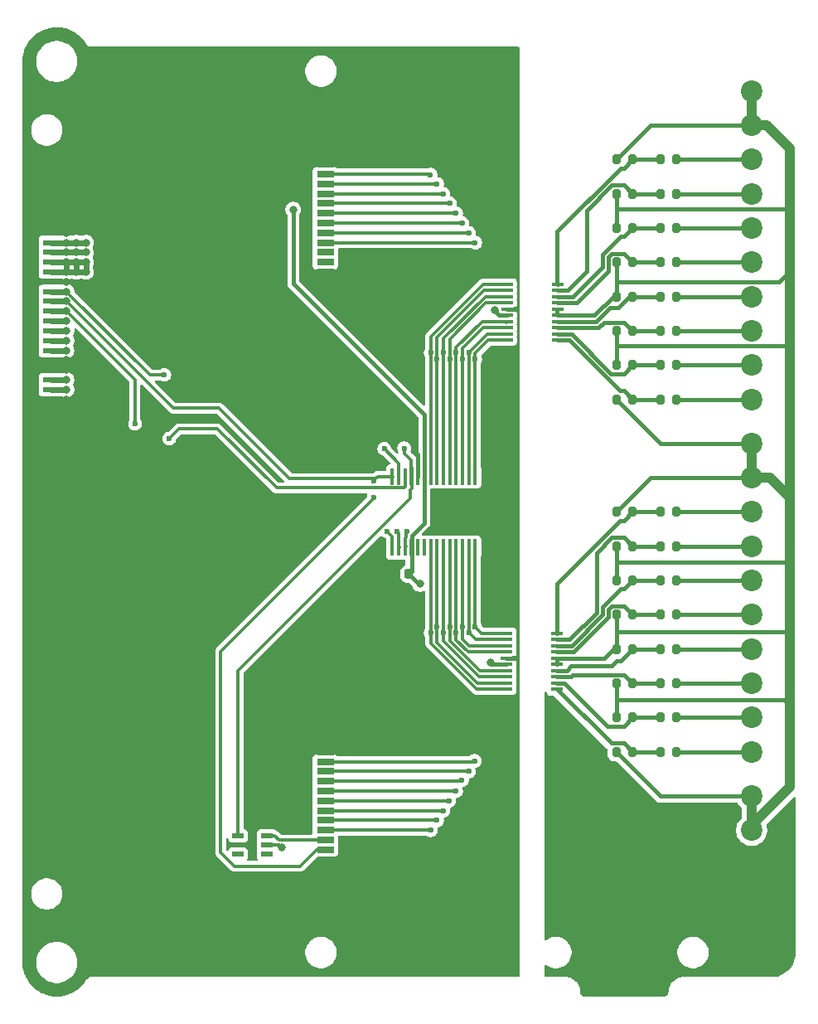
<source format=gbr>
%TF.GenerationSoftware,KiCad,Pcbnew,9.0.2*%
%TF.CreationDate,2025-06-28T19:08:47+03:00*%
%TF.ProjectId,PMCNV-DI16sink,504d434e-562d-4444-9931-3673696e6b2e,rev?*%
%TF.SameCoordinates,Original*%
%TF.FileFunction,Copper,L1,Top*%
%TF.FilePolarity,Positive*%
%FSLAX46Y46*%
G04 Gerber Fmt 4.6, Leading zero omitted, Abs format (unit mm)*
G04 Created by KiCad (PCBNEW 9.0.2) date 2025-06-28 19:08:47*
%MOMM*%
%LPD*%
G01*
G04 APERTURE LIST*
G04 Aperture macros list*
%AMRoundRect*
0 Rectangle with rounded corners*
0 $1 Rounding radius*
0 $2 $3 $4 $5 $6 $7 $8 $9 X,Y pos of 4 corners*
0 Add a 4 corners polygon primitive as box body*
4,1,4,$2,$3,$4,$5,$6,$7,$8,$9,$2,$3,0*
0 Add four circle primitives for the rounded corners*
1,1,$1+$1,$2,$3*
1,1,$1+$1,$4,$5*
1,1,$1+$1,$6,$7*
1,1,$1+$1,$8,$9*
0 Add four rect primitives between the rounded corners*
20,1,$1+$1,$2,$3,$4,$5,0*
20,1,$1+$1,$4,$5,$6,$7,0*
20,1,$1+$1,$6,$7,$8,$9,0*
20,1,$1+$1,$8,$9,$2,$3,0*%
G04 Aperture macros list end*
%TA.AperFunction,SMDPad,CuDef*%
%ADD10R,3.000000X2.600000*%
%TD*%
%TA.AperFunction,SMDPad,CuDef*%
%ADD11R,1.800000X0.600000*%
%TD*%
%TA.AperFunction,SMDPad,CuDef*%
%ADD12RoundRect,0.200000X-0.200000X-0.275000X0.200000X-0.275000X0.200000X0.275000X-0.200000X0.275000X0*%
%TD*%
%TA.AperFunction,SMDPad,CuDef*%
%ADD13R,1.181100X0.558800*%
%TD*%
%TA.AperFunction,SMDPad,CuDef*%
%ADD14R,1.200000X0.400000*%
%TD*%
%TA.AperFunction,SMDPad,CuDef*%
%ADD15RoundRect,0.225000X0.225000X0.250000X-0.225000X0.250000X-0.225000X-0.250000X0.225000X-0.250000X0*%
%TD*%
%TA.AperFunction,SMDPad,CuDef*%
%ADD16R,0.431800X1.655601*%
%TD*%
%TA.AperFunction,SMDPad,CuDef*%
%ADD17R,1.803400X0.635000*%
%TD*%
%TA.AperFunction,SMDPad,CuDef*%
%ADD18R,2.997200X2.590800*%
%TD*%
%TA.AperFunction,ComponentPad*%
%ADD19C,2.200000*%
%TD*%
%TA.AperFunction,ComponentPad*%
%ADD20O,6.350000X6.350000*%
%TD*%
%TA.AperFunction,ViaPad*%
%ADD21C,0.600000*%
%TD*%
%TA.AperFunction,ViaPad*%
%ADD22C,0.800000*%
%TD*%
%TA.AperFunction,Conductor*%
%ADD23C,0.300000*%
%TD*%
%TA.AperFunction,Conductor*%
%ADD24C,0.600000*%
%TD*%
%TA.AperFunction,Conductor*%
%ADD25C,0.400000*%
%TD*%
%TA.AperFunction,Conductor*%
%ADD26C,1.000000*%
%TD*%
%TA.AperFunction,Conductor*%
%ADD27C,0.200000*%
%TD*%
G04 APERTURE END LIST*
D10*
%TO.P,JM1,MP2,Pin_11*%
%TO.N,GND_MCU*%
X-34375000Y31850000D03*
%TO.P,JM1,MP1,Pin_11*%
X-34375000Y8150000D03*
D11*
%TO.P,JM1,20,Pin_11*%
X-36546000Y29500000D03*
%TO.P,JM1,19,Pin_11*%
X-36546000Y28500000D03*
%TO.P,JM1,18,Pin_11*%
%TO.N,+5V_MCU*%
X-36546000Y27500000D03*
%TO.P,JM1,17,Pin_11*%
X-36546000Y26500000D03*
%TO.P,JM1,16,Pin_11*%
%TO.N,+3.3V_MCU*%
X-36546000Y25500000D03*
%TO.P,JM1,15,Pin_11*%
X-36546000Y24500000D03*
%TO.P,JM1,14,Pin_11*%
%TO.N,GND_MCU*%
X-36546000Y23500000D03*
%TO.P,JM1,13,Pin_11*%
%TO.N,/MOSI_MCU*%
X-36546000Y22500000D03*
%TO.P,JM1,12,Pin_11*%
%TO.N,/MISO_MCU*%
X-36546000Y21500000D03*
%TO.P,JM1,11,Pin_11*%
%TO.N,/SCK_MCU*%
X-36546000Y20500000D03*
%TO.P,JM1,10,Pin_10*%
%TO.N,/CS0_MCU*%
X-36546000Y19500000D03*
%TO.P,JM1,9,Pin_9*%
%TO.N,/CS1_MCU*%
X-36546000Y18500000D03*
%TO.P,JM1,8,Pin_8*%
%TO.N,/CS2_MCU*%
X-36546000Y17500000D03*
%TO.P,JM1,7,Pin_7*%
%TO.N,/CS3_MCU*%
X-36546000Y16500000D03*
%TO.P,JM1,6,Pin_6*%
%TO.N,GND_MCU*%
X-36546000Y15500000D03*
%TO.P,JM1,5,Pin_5*%
X-36546000Y14500000D03*
%TO.P,JM1,4,Pin_4*%
%TO.N,/SDA_MCU*%
X-36546000Y13500000D03*
%TO.P,JM1,3,Pin_3*%
%TO.N,/SCL_MCU*%
X-36546000Y12500000D03*
%TO.P,JM1,2,Pin_2*%
%TO.N,GND_MCU*%
X-36546000Y11500000D03*
%TO.P,JM1,1,Pin_1*%
X-36546000Y10500000D03*
%TD*%
D12*
%TO.P,R31,1*%
%TO.N,/b.6_div*%
X25675000Y-21000000D03*
%TO.P,R31,2*%
%TO.N,/b.6_in*%
X27325000Y-21000000D03*
%TD*%
D13*
%TO.P,U4,1,1A*%
%TO.N,/CS_MCU*%
X-17466850Y-33049999D03*
%TO.P,U4,2,GND*%
%TO.N,GND_MCU*%
X-17466850Y-34000000D03*
%TO.P,U4,3,2A*%
%TO.N,unconnected-(U4-2A-Pad3)*%
X-17466850Y-34950001D03*
%TO.P,U4,4,2Y*%
%TO.N,unconnected-(U4-2Y-Pad4)*%
X-14533150Y-34950001D03*
%TO.P,U4,5,VCC*%
%TO.N,+3.3V_MCU*%
X-14533150Y-34000000D03*
%TO.P,U4,6,1Y*%
%TO.N,/CS_LED*%
X-14533150Y-33049999D03*
%TD*%
D12*
%TO.P,R16,1*%
%TO.N,/a.7_div*%
X25675000Y11500000D03*
%TO.P,R16,2*%
%TO.N,/a.7_in*%
X27325000Y11500000D03*
%TD*%
%TO.P,R13,1*%
%TO.N,/GND_CNV*%
X21175000Y15000000D03*
%TO.P,R13,2*%
%TO.N,/a.6_div*%
X22825000Y15000000D03*
%TD*%
%TO.P,R18,1*%
%TO.N,/GND_CNV*%
X21175000Y-3500000D03*
%TO.P,R18,2*%
%TO.N,/b.1_div*%
X22825000Y-3500000D03*
%TD*%
%TO.P,R28,1*%
%TO.N,/b.3_div*%
X25675000Y-10500000D03*
%TO.P,R28,2*%
%TO.N,/b.3_in*%
X27325000Y-10500000D03*
%TD*%
D14*
%TO.P,U5,1,A1*%
%TO.N,/a.7_div*%
X15200000Y17550000D03*
%TO.P,U5,2,A2*%
%TO.N,/a.6_div*%
X15200000Y18185000D03*
%TO.P,U5,3,A3*%
%TO.N,/a.5_div*%
X15200000Y18820000D03*
%TO.P,U5,4,A4*%
%TO.N,/a.4_div*%
X15200000Y19455000D03*
%TO.P,U5,5,COM*%
%TO.N,/GND_CNV*%
X15200000Y20090000D03*
%TO.P,U5,6,COM*%
X15200000Y20725000D03*
%TO.P,U5,7,A5*%
%TO.N,/a.3_div*%
X15200000Y21360000D03*
%TO.P,U5,8,A6*%
%TO.N,/a.2_div*%
X15200000Y21995000D03*
%TO.P,U5,9,A7*%
%TO.N,/a.1_div*%
X15200000Y22630000D03*
%TO.P,U5,10,A8*%
%TO.N,/a.0_div*%
X15200000Y23265000D03*
%TO.P,U5,11,B8*%
%TO.N,/a.0*%
X10000000Y23265000D03*
%TO.P,U5,12,B7*%
%TO.N,/a.1*%
X10000000Y22630000D03*
%TO.P,U5,13,B6*%
%TO.N,/a.2*%
X10000000Y21995000D03*
%TO.P,U5,14,B5*%
%TO.N,/a.3*%
X10000000Y21360000D03*
%TO.P,U5,15,GND*%
%TO.N,GND_MCU*%
X10000000Y20725000D03*
%TO.P,U5,16,VDD*%
%TO.N,+3.3V_MCU*%
X10000000Y20090000D03*
%TO.P,U5,17,B4*%
%TO.N,/a.4*%
X10000000Y19455000D03*
%TO.P,U5,18,B3*%
%TO.N,/a.5*%
X10000000Y18820000D03*
%TO.P,U5,19,B2*%
%TO.N,/a.6*%
X10000000Y18185000D03*
%TO.P,U5,20,B1*%
%TO.N,/a.7*%
X10000000Y17550000D03*
%TD*%
D12*
%TO.P,R4,1*%
%TO.N,/a.1_div*%
X25675000Y32500000D03*
%TO.P,R4,2*%
%TO.N,/a.1_in*%
X27325000Y32500000D03*
%TD*%
%TO.P,R24,1*%
%TO.N,/GND_CNV*%
X21175000Y-24500000D03*
%TO.P,R24,2*%
%TO.N,/b.7_div*%
X22825000Y-24500000D03*
%TD*%
%TO.P,R23,1*%
%TO.N,/GND_CNV*%
X21175000Y-21000000D03*
%TO.P,R23,2*%
%TO.N,/b.6_div*%
X22825000Y-21000000D03*
%TD*%
%TO.P,R11,1*%
%TO.N,/GND_CNV*%
X21175000Y18500000D03*
%TO.P,R11,2*%
%TO.N,/a.5_div*%
X22825000Y18500000D03*
%TD*%
%TO.P,R2,1*%
%TO.N,/a.0_div*%
X25675000Y36000000D03*
%TO.P,R2,2*%
%TO.N,/a.0_in*%
X27325000Y36000000D03*
%TD*%
D15*
%TO.P,C1,1*%
%TO.N,+3.3V_MCU*%
X-20000Y-6350000D03*
%TO.P,C1,2*%
%TO.N,GND_MCU*%
X-1570000Y-6350000D03*
%TD*%
D12*
%TO.P,R20,1*%
%TO.N,/GND_CNV*%
X21175000Y-10500000D03*
%TO.P,R20,2*%
%TO.N,/b.3_div*%
X22825000Y-10500000D03*
%TD*%
D16*
%TO.P,U1,1,GPB0*%
%TO.N,/a.7*%
X6745000Y3627801D03*
%TO.P,U1,2,GPB1*%
%TO.N,/a.6*%
X6094999Y3627801D03*
%TO.P,U1,3,GPB2*%
%TO.N,/a.5*%
X5445000Y3627801D03*
%TO.P,U1,4,GPB3*%
%TO.N,/a.4*%
X4794999Y3627801D03*
%TO.P,U1,5,GPB4*%
%TO.N,/a.3*%
X4145001Y3627801D03*
%TO.P,U1,6,GPB5*%
%TO.N,/a.2*%
X3494999Y3627801D03*
%TO.P,U1,7,GPB6*%
%TO.N,/a.1*%
X2845001Y3627801D03*
%TO.P,U1,8,GPB7*%
%TO.N,/a.0*%
X2195002Y3627801D03*
%TO.P,U1,9,VDD*%
%TO.N,+3.3V_MCU*%
X1545001Y3627801D03*
%TO.P,U1,10,VSS*%
%TO.N,GND_MCU*%
X895002Y3627801D03*
%TO.P,U1,11,~{CS}*%
%TO.N,/CS_MCU*%
X245001Y3627801D03*
%TO.P,U1,12,SCK*%
%TO.N,Net-(JP9-C)*%
X-404998Y3627801D03*
%TO.P,U1,13,SI*%
%TO.N,Net-(JP8-C)*%
X-1054999Y3627801D03*
%TO.P,U1,14,SO*%
%TO.N,/MISO_MCU*%
X-1704998Y3627801D03*
%TO.P,U1,15,A0*%
%TO.N,/A0*%
X-1705000Y-3627801D03*
%TO.P,U1,16,A1*%
%TO.N,/A1*%
X-1054999Y-3627801D03*
%TO.P,U1,17,A2*%
%TO.N,/A2*%
X-405000Y-3627801D03*
%TO.P,U1,18,~{RESET}*%
%TO.N,+3.3V_MCU*%
X245001Y-3627801D03*
%TO.P,U1,19,INTB*%
%TO.N,unconnected-(U1-INTB-Pad19)*%
X894999Y-3627801D03*
%TO.P,U1,20,INTA*%
%TO.N,unconnected-(U1-INTA-Pad20)*%
X1545001Y-3627801D03*
%TO.P,U1,21,GPA0*%
%TO.N,/b.7*%
X2194999Y-3627801D03*
%TO.P,U1,22,GPA1*%
%TO.N,/b.6*%
X2845001Y-3627801D03*
%TO.P,U1,23,GPA2*%
%TO.N,/b.5*%
X3494999Y-3627801D03*
%TO.P,U1,24,GPA3*%
%TO.N,/b.4*%
X4145001Y-3627801D03*
%TO.P,U1,25,GPA4*%
%TO.N,/b.3*%
X4794999Y-3627801D03*
%TO.P,U1,26,GPA5*%
%TO.N,/b.2*%
X5445000Y-3627801D03*
%TO.P,U1,27,GPA6*%
%TO.N,/b.1*%
X6094999Y-3627801D03*
%TO.P,U1,28,GPA7*%
%TO.N,/b.0*%
X6745000Y-3627801D03*
%TD*%
D12*
%TO.P,R5,1*%
%TO.N,/GND_CNV*%
X21175000Y29000000D03*
%TO.P,R5,2*%
%TO.N,/a.2_div*%
X22825000Y29000000D03*
%TD*%
D17*
%TO.P,J12,1,Pin_1*%
%TO.N,GND_MCU*%
X-8556000Y24500008D03*
%TO.P,J12,2,Pin_2*%
%TO.N,unconnected-(J12-Pin_2-Pad2)*%
X-8556000Y25500006D03*
%TO.P,J12,3,Pin_3*%
%TO.N,unconnected-(J12-Pin_3-Pad3)*%
X-8556000Y26500004D03*
%TO.P,J12,4,Pin_4*%
%TO.N,/a.7*%
X-8556000Y27500002D03*
%TO.P,J12,5,Pin_5*%
%TO.N,/a.6*%
X-8556000Y28500000D03*
%TO.P,J12,6,Pin_6*%
%TO.N,/a.5*%
X-8556000Y29500000D03*
%TO.P,J12,7,Pin_7*%
%TO.N,/a.4*%
X-8556000Y30500000D03*
%TO.P,J12,8,Pin_8*%
%TO.N,/a.3*%
X-8556000Y31500000D03*
%TO.P,J12,9,Pin_9*%
%TO.N,/a.2*%
X-8556000Y32499998D03*
%TO.P,J12,10,Pin_10*%
%TO.N,/a.1*%
X-8556000Y33499996D03*
%TO.P,J12,11,Pin_11*%
%TO.N,/a.0*%
X-8556000Y34499994D03*
%TO.P,J12,12,Pin_11*%
%TO.N,GND_MCU*%
X-8556000Y35499992D03*
D18*
%TO.P,J12,13,Pin_11*%
X-6385999Y22149997D03*
X-6385999Y37850003D03*
%TD*%
D12*
%TO.P,R3,1*%
%TO.N,/GND_CNV*%
X21175000Y32500000D03*
%TO.P,R3,2*%
%TO.N,/a.1_div*%
X22825000Y32500000D03*
%TD*%
D19*
%TO.P,J6,1,Pin_1*%
%TO.N,/PE*%
X35000000Y-43000000D03*
%TO.P,J6,2,Pin_2*%
X35000000Y-39500000D03*
%TO.P,J6,3,Pin_3*%
X35000000Y-36000000D03*
%TO.P,J6,4,Pin_4*%
%TO.N,/GND_CNV*%
X35000000Y-32500000D03*
%TO.P,J6,5,Pin_5*%
X35000000Y-29000000D03*
%TD*%
D12*
%TO.P,R26,1*%
%TO.N,/b.1_div*%
X25675000Y-3500000D03*
%TO.P,R26,2*%
%TO.N,/b.1_in*%
X27325000Y-3500000D03*
%TD*%
%TO.P,R7,1*%
%TO.N,/GND_CNV*%
X21175000Y25500000D03*
%TO.P,R7,2*%
%TO.N,/a.3_div*%
X22825000Y25500000D03*
%TD*%
%TO.P,R17,1*%
%TO.N,/GND_CNV*%
X21175000Y0D03*
%TO.P,R17,2*%
%TO.N,/b.0_div*%
X22825000Y0D03*
%TD*%
%TO.P,R32,1*%
%TO.N,/b.7_div*%
X25675000Y-24500000D03*
%TO.P,R32,2*%
%TO.N,/b.7_in*%
X27325000Y-24500000D03*
%TD*%
%TO.P,R8,1*%
%TO.N,/a.3_div*%
X25675000Y25500000D03*
%TO.P,R8,2*%
%TO.N,/a.3_in*%
X27325000Y25500000D03*
%TD*%
%TO.P,R30,1*%
%TO.N,/b.5_div*%
X25675000Y-17500000D03*
%TO.P,R30,2*%
%TO.N,/b.5_in*%
X27325000Y-17500000D03*
%TD*%
%TO.P,R6,1*%
%TO.N,/a.2_div*%
X25675000Y29000000D03*
%TO.P,R6,2*%
%TO.N,/a.2_in*%
X27325000Y29000000D03*
%TD*%
%TO.P,R1,1*%
%TO.N,/GND_CNV*%
X21175000Y36000000D03*
%TO.P,R1,2*%
%TO.N,/a.0_div*%
X22825000Y36000000D03*
%TD*%
%TO.P,R22,1*%
%TO.N,/GND_CNV*%
X21175000Y-17500000D03*
%TO.P,R22,2*%
%TO.N,/b.5_div*%
X22825000Y-17500000D03*
%TD*%
D17*
%TO.P,J2,1,Pin_1*%
%TO.N,GND_MCU*%
X-8556000Y-35499992D03*
%TO.P,J2,2,Pin_2*%
%TO.N,/MISO_MCU*%
X-8556000Y-34499994D03*
%TO.P,J2,3,Pin_3*%
%TO.N,/CS_LED*%
X-8556000Y-33499996D03*
%TO.P,J2,4,Pin_4*%
%TO.N,/b.7*%
X-8556000Y-32499998D03*
%TO.P,J2,5,Pin_5*%
%TO.N,/b.6*%
X-8556000Y-31500000D03*
%TO.P,J2,6,Pin_6*%
%TO.N,/b.5*%
X-8556000Y-30500000D03*
%TO.P,J2,7,Pin_7*%
%TO.N,/b.4*%
X-8556000Y-29500000D03*
%TO.P,J2,8,Pin_8*%
%TO.N,/b.3*%
X-8556000Y-28500000D03*
%TO.P,J2,9,Pin_9*%
%TO.N,/b.2*%
X-8556000Y-27500002D03*
%TO.P,J2,10,Pin_10*%
%TO.N,/b.1*%
X-8556000Y-26500004D03*
%TO.P,J2,11,Pin_11*%
%TO.N,/b.0*%
X-8556000Y-25500006D03*
%TO.P,J2,12,Pin_11*%
%TO.N,GND_MCU*%
X-8556000Y-24500008D03*
D18*
%TO.P,J2,13,Pin_11*%
X-6385999Y-37850003D03*
X-6385999Y-22149997D03*
%TD*%
D12*
%TO.P,R10,1*%
%TO.N,/a.4_div*%
X25675000Y22000000D03*
%TO.P,R10,2*%
%TO.N,/a.4_in*%
X27325000Y22000000D03*
%TD*%
%TO.P,R14,1*%
%TO.N,/a.6_div*%
X25675000Y15000000D03*
%TO.P,R14,2*%
%TO.N,/a.6_in*%
X27325000Y15000000D03*
%TD*%
D14*
%TO.P,U3,1,A1*%
%TO.N,/b.7_div*%
X15140000Y-18097500D03*
%TO.P,U3,2,A2*%
%TO.N,/b.6_div*%
X15140000Y-17462500D03*
%TO.P,U3,3,A3*%
%TO.N,/b.5_div*%
X15140000Y-16827500D03*
%TO.P,U3,4,A4*%
%TO.N,/b.4_div*%
X15140000Y-16192500D03*
%TO.P,U3,5,COM*%
%TO.N,/GND_CNV*%
X15140000Y-15557500D03*
%TO.P,U3,6,COM*%
X15140000Y-14922500D03*
%TO.P,U3,7,A5*%
%TO.N,/b.3_div*%
X15140000Y-14287500D03*
%TO.P,U3,8,A6*%
%TO.N,/b.2_div*%
X15140000Y-13652500D03*
%TO.P,U3,9,A7*%
%TO.N,/b.1_div*%
X15140000Y-13017500D03*
%TO.P,U3,10,A8*%
%TO.N,/b.0_div*%
X15140000Y-12382500D03*
%TO.P,U3,11,B8*%
%TO.N,/b.0*%
X9940000Y-12382500D03*
%TO.P,U3,12,B7*%
%TO.N,/b.1*%
X9940000Y-13017500D03*
%TO.P,U3,13,B6*%
%TO.N,/b.2*%
X9940000Y-13652500D03*
%TO.P,U3,14,B5*%
%TO.N,/b.3*%
X9940000Y-14287500D03*
%TO.P,U3,15,GND*%
%TO.N,GND_MCU*%
X9940000Y-14922500D03*
%TO.P,U3,16,VDD*%
%TO.N,+3.3V_MCU*%
X9940000Y-15557500D03*
%TO.P,U3,17,B4*%
%TO.N,/b.4*%
X9940000Y-16192500D03*
%TO.P,U3,18,B3*%
%TO.N,/b.5*%
X9940000Y-16827500D03*
%TO.P,U3,19,B2*%
%TO.N,/b.6*%
X9940000Y-17462500D03*
%TO.P,U3,20,B1*%
%TO.N,/b.7*%
X9940000Y-18097500D03*
%TD*%
D12*
%TO.P,R12,1*%
%TO.N,/a.5_div*%
X25675000Y18500000D03*
%TO.P,R12,2*%
%TO.N,/a.5_in*%
X27325000Y18500000D03*
%TD*%
%TO.P,R9,1*%
%TO.N,/GND_CNV*%
X21175000Y22000000D03*
%TO.P,R9,2*%
%TO.N,/a.4_div*%
X22825000Y22000000D03*
%TD*%
%TO.P,R19,1*%
%TO.N,/GND_CNV*%
X21175000Y-7000000D03*
%TO.P,R19,2*%
%TO.N,/b.2_div*%
X22825000Y-7000000D03*
%TD*%
D19*
%TO.P,J4,1,Pin_1*%
%TO.N,/b.7_in*%
X35000000Y-24500000D03*
%TO.P,J4,2,Pin_2*%
%TO.N,/b.6_in*%
X35000000Y-21000000D03*
%TO.P,J4,3,Pin_3*%
%TO.N,/b.5_in*%
X35000000Y-17500000D03*
%TO.P,J4,4,Pin_4*%
%TO.N,/b.4_in*%
X35000000Y-14000000D03*
%TO.P,J4,5,Pin_5*%
%TO.N,/b.3_in*%
X35000000Y-10500000D03*
%TO.P,J4,6,Pin_6*%
%TO.N,/b.2_in*%
X35000000Y-7000000D03*
%TO.P,J4,7,Pin_7*%
%TO.N,/b.1_in*%
X35000000Y-3500000D03*
%TO.P,J4,8,Pin_8*%
%TO.N,/b.0_in*%
X35000000Y0D03*
%TO.P,J4,9,Pin_9*%
%TO.N,/GND_CNV*%
X35000000Y3500000D03*
%TO.P,J4,10,Pin_10*%
X35000000Y7000000D03*
%TD*%
D12*
%TO.P,R27,1*%
%TO.N,/b.2_div*%
X25675000Y-7000000D03*
%TO.P,R27,2*%
%TO.N,/b.2_in*%
X27325000Y-7000000D03*
%TD*%
%TO.P,R25,1*%
%TO.N,/b.0_div*%
X25675000Y0D03*
%TO.P,R25,2*%
%TO.N,/b.0_in*%
X27325000Y0D03*
%TD*%
%TO.P,R21,1*%
%TO.N,/GND_CNV*%
X21175000Y-14000000D03*
%TO.P,R21,2*%
%TO.N,/b.4_div*%
X22825000Y-14000000D03*
%TD*%
D20*
%TO.P,PE1,1*%
%TO.N,/PE*%
X22000000Y-46000000D03*
%TD*%
D19*
%TO.P,J3,1,Pin_1*%
%TO.N,/a.7_in*%
X35000000Y11500000D03*
%TO.P,J3,2,Pin_2*%
%TO.N,/a.6_in*%
X35000000Y15000000D03*
%TO.P,J3,3,Pin_3*%
%TO.N,/a.5_in*%
X35000000Y18500000D03*
%TO.P,J3,4,Pin_4*%
%TO.N,/a.4_in*%
X35000000Y22000000D03*
%TO.P,J3,5,Pin_5*%
%TO.N,/a.3_in*%
X35000000Y25500000D03*
%TO.P,J3,6,Pin_6*%
%TO.N,/a.2_in*%
X35000000Y29000000D03*
%TO.P,J3,7,Pin_7*%
%TO.N,/a.1_in*%
X35000000Y32500000D03*
%TO.P,J3,8,Pin_8*%
%TO.N,/a.0_in*%
X35000000Y36000000D03*
%TO.P,J3,9,Pin_9*%
%TO.N,/GND_CNV*%
X35000000Y39500000D03*
%TO.P,J3,10,Pin_10*%
X35000000Y43000000D03*
%TD*%
D12*
%TO.P,R29,1*%
%TO.N,/b.4_div*%
X25675000Y-14000000D03*
%TO.P,R29,2*%
%TO.N,/b.4_in*%
X27325000Y-14000000D03*
%TD*%
%TO.P,R15,1*%
%TO.N,/GND_CNV*%
X21175000Y11500000D03*
%TO.P,R15,2*%
%TO.N,/a.7_div*%
X22825000Y11500000D03*
%TD*%
D21*
%TO.N,/SCK_MCU*%
X-28000000Y9000000D03*
%TO.N,/MOSI_MCU*%
X-25000000Y14000000D03*
%TO.N,/CS_MCU*%
X-500000Y6500000D03*
%TO.N,Net-(JP9-C)*%
X-24500000Y7500000D03*
D22*
%TO.N,+3.3V_MCU*%
X-34000000Y25500000D03*
X-35000000Y25500000D03*
%TO.N,+5V_MCU*%
X-35000000Y26500000D03*
X-34000000Y26500000D03*
X-34000000Y27500000D03*
X-35000000Y27500000D03*
X-33000000Y27500000D03*
X-33000000Y26500000D03*
%TO.N,+3.3V_MCU*%
X-33000000Y25500000D03*
X-34000000Y24500000D03*
X-35000000Y24500000D03*
X-33000000Y24500000D03*
%TO.N,/MOSI_MCU*%
X-35000000Y22500000D03*
%TO.N,/MISO_MCU*%
X-35000000Y21500000D03*
%TO.N,/SCK_MCU*%
X-35000000Y20500000D03*
%TO.N,/CS0_MCU*%
X-35000000Y19500000D03*
%TO.N,/CS1_MCU*%
X-35000000Y18500000D03*
%TO.N,/CS2_MCU*%
X-35000000Y17500000D03*
%TO.N,/CS3_MCU*%
X-35000000Y16500000D03*
%TO.N,/SCL_MCU*%
X-35000000Y12500000D03*
%TO.N,GND_MCU*%
X-35000000Y29500000D03*
X-35000000Y28500000D03*
X-35000000Y23500000D03*
X-35000000Y15500000D03*
X-35000000Y14500000D03*
X-35000000Y11500000D03*
X-35000000Y10500000D03*
D21*
X-34000000Y38500000D03*
X-31500000Y40000000D03*
X-30000000Y40000000D03*
X10950000Y20700000D03*
X-29600000Y-4000000D03*
X500000Y6250000D03*
X-29600000Y-6400000D03*
X10786526Y-14922499D03*
X-33000000Y40000000D03*
%TO.N,/a.1*%
X2850000Y33499996D03*
X2850000Y15600000D03*
%TO.N,/a.3*%
X4150000Y31500000D03*
X4150000Y15600000D03*
%TO.N,/a.6*%
X6100000Y28500000D03*
X6100000Y16250000D03*
%TO.N,/a.5*%
X5450000Y15600000D03*
X5450000Y29500000D03*
%TO.N,/a.2*%
X3500000Y16250000D03*
X3500000Y32500000D03*
%TO.N,/a.4*%
X4800000Y30500000D03*
X4800000Y16250000D03*
%TO.N,/a.7*%
X6750000Y15600000D03*
X6750000Y27500000D03*
%TO.N,/b.3*%
X4800000Y-28500000D03*
X4800000Y-12350000D03*
%TO.N,/b.6*%
X2850000Y-11700000D03*
X2850000Y-31500000D03*
%TO.N,/b.4*%
X4150000Y-11700000D03*
X4100000Y-29500000D03*
%TO.N,/b.2*%
X5400000Y-27375000D03*
X5450000Y-11700000D03*
%TO.N,/b.5*%
X3500000Y-12350000D03*
X3500000Y-30500000D03*
%TO.N,/b.7*%
X2200000Y-32500000D03*
X2200000Y-12350000D03*
%TO.N,/a.0*%
X2192525Y34442525D03*
X2200000Y16250000D03*
%TO.N,/b.1*%
X6100000Y-12350000D03*
X6100000Y-26500000D03*
%TO.N,/b.0*%
X6700000Y-25425000D03*
X6750000Y-11700000D03*
%TO.N,/MISO_MCU*%
X-3600000Y1500000D03*
X-3600000Y3200000D03*
D22*
%TO.N,+3.3V_MCU*%
X1110000Y-7352600D03*
X8374000Y-15398800D03*
X8714355Y20572500D03*
X-13000000Y-34249996D03*
X-11851500Y30883000D03*
D21*
%TO.N,/A0*%
X-2250000Y-2000000D03*
%TO.N,/A1*%
X-1250000Y-2000000D03*
%TO.N,/A2*%
X-250000Y-2016377D03*
D22*
%TO.N,/SDA_MCU*%
X-35000000Y13500000D03*
D21*
%TO.N,Net-(JP8-C)*%
X-2538513Y6461487D03*
%TD*%
D23*
%TO.N,/SCK_MCU*%
X-28000000Y13500000D02*
X-28000000Y9000000D01*
X-35000000Y20500000D02*
X-28000000Y13500000D01*
%TO.N,/MOSI_MCU*%
X-26500000Y14000000D02*
X-25000000Y14000000D01*
X-35000000Y22500000D02*
X-26500000Y14000000D01*
%TO.N,/MISO_MCU*%
X-19416144Y10606000D02*
X-24106000Y10606000D01*
X-24106000Y10606000D02*
X-35000000Y21500000D01*
%TO.N,/CS_MCU*%
X245001Y5254999D02*
X245001Y3627801D01*
X-500000Y6000000D02*
X245001Y5254999D01*
X-500000Y6500000D02*
X-500000Y6000000D01*
%TO.N,Net-(JP9-C)*%
X-23500000Y8500000D02*
X-24500000Y7500000D01*
X-20000000Y8500000D02*
X-23500000Y8500000D01*
%TO.N,/MISO_MCU*%
X-3400000Y3400000D02*
X-3600000Y3200000D01*
X-3400000Y3400000D02*
X-12210144Y3400000D01*
X-12210144Y3400000D02*
X-19416144Y10606000D01*
%TO.N,Net-(JP9-C)*%
X-488099Y2449001D02*
X-13516249Y2449001D01*
X-19567248Y8500000D02*
X-20000000Y8500000D01*
X-13516249Y2449001D02*
X-19567248Y8500000D01*
%TO.N,Net-(JP8-C)*%
X-1049999Y4972973D02*
X-1049999Y3627801D01*
X-2538513Y6461487D02*
X-1049999Y4972973D01*
D24*
%TO.N,+3.3V_MCU*%
X-33000000Y25500000D02*
X-33000000Y24500000D01*
X-34000000Y25500000D02*
X-34000000Y24500000D01*
X-35000000Y25500000D02*
X-35000000Y24500000D01*
X-34000000Y25500000D02*
X-33000000Y25500000D01*
X-35000000Y25500000D02*
X-34000000Y25500000D01*
%TO.N,+5V_MCU*%
X-35000000Y26500000D02*
X-34000000Y26500000D01*
X-34000000Y26500000D02*
X-33000000Y26500000D01*
X-34000000Y27500000D02*
X-33000000Y27500000D01*
X-35000000Y27500000D02*
X-34000000Y27500000D01*
X-36546000Y27500000D02*
X-35000000Y27500000D01*
X-36546000Y26500000D02*
X-35000000Y26500000D01*
%TO.N,+3.3V_MCU*%
X-36546000Y25500000D02*
X-35000000Y25500000D01*
X-34000000Y24500000D02*
X-33000000Y24500000D01*
X-35000000Y24500000D02*
X-34000000Y24500000D01*
X-36546000Y24500000D02*
X-35000000Y24500000D01*
%TO.N,/MOSI_MCU*%
X-36546000Y22500000D02*
X-35000000Y22500000D01*
%TO.N,/MISO_MCU*%
X-36546000Y21500000D02*
X-35000000Y21500000D01*
%TO.N,/SCK_MCU*%
X-36546000Y20500000D02*
X-35000000Y20500000D01*
%TO.N,/CS0_MCU*%
X-36546000Y19500000D02*
X-35000000Y19500000D01*
%TO.N,/CS1_MCU*%
X-36546000Y18500000D02*
X-35000000Y18500000D01*
%TO.N,/CS2_MCU*%
X-36546000Y17500000D02*
X-35000000Y17500000D01*
%TO.N,/CS3_MCU*%
X-36546000Y16500000D02*
X-35000000Y16500000D01*
%TO.N,/SCL_MCU*%
X-36546000Y12500000D02*
X-35000000Y12500000D01*
D23*
%TO.N,/CS_MCU*%
X250001Y2370655D02*
X250001Y4521502D01*
X149000Y2269654D02*
X250001Y2370655D01*
X-17466850Y-16216850D02*
X149000Y1399000D01*
X-17466850Y-33049999D02*
X-17466850Y-16216850D01*
X149000Y1399000D02*
X149000Y2269654D01*
D25*
%TO.N,GND_MCU*%
X900002Y5849998D02*
X900002Y3627801D01*
X10786525Y-14922500D02*
X10786526Y-14922499D01*
X11000000Y20637501D02*
X10912501Y20725000D01*
X10925000Y20725000D02*
X10950000Y20700000D01*
X10000000Y20725000D02*
X10925000Y20725000D01*
X500000Y6250000D02*
X900002Y5849998D01*
X9940000Y-14922500D02*
X10786525Y-14922500D01*
D23*
%TO.N,Net-(JP9-C)*%
X-404998Y3627801D02*
X-404998Y2532102D01*
X-404998Y2532102D02*
X-488099Y2449001D01*
%TO.N,/a.1*%
X2850001Y3627801D02*
X2850001Y15599999D01*
X7630000Y22630000D02*
X10000000Y22630000D01*
X2850001Y15599999D02*
X2850000Y15600000D01*
X2850000Y17850000D02*
X7630000Y22630000D01*
X2850000Y33499996D02*
X-8556000Y33499996D01*
X2850000Y15600000D02*
X2850000Y17850000D01*
%TO.N,/a.3*%
X7860000Y21360000D02*
X10000000Y21360000D01*
X4150000Y31500000D02*
X-8556000Y31500000D01*
X4150000Y15600000D02*
X4150001Y15599999D01*
X4150000Y15600000D02*
X4150000Y17650000D01*
X4150000Y17650000D02*
X7860000Y21360000D01*
X4150001Y15599999D02*
X4150001Y3627801D01*
%TO.N,/a.6*%
X6099999Y16249999D02*
X6099999Y3627801D01*
X10000000Y18185000D02*
X8035000Y18185000D01*
X8035000Y18185000D02*
X6100000Y16250000D01*
X6100000Y16250000D02*
X6099999Y16249999D01*
X6100000Y28500000D02*
X-8556000Y28500000D01*
%TO.N,/a.5*%
X5450000Y29500000D02*
X-8556000Y29500000D01*
X5450000Y16700000D02*
X7570000Y18820000D01*
X7570000Y18820000D02*
X10000000Y18820000D01*
X5450000Y15600000D02*
X5450000Y3627801D01*
X5450000Y15600000D02*
X5450000Y16700000D01*
%TO.N,/a.2*%
X3500000Y16250000D02*
X3500000Y15600000D01*
X3499999Y15599999D02*
X3499999Y3627801D01*
X3500000Y15600000D02*
X3499999Y15599999D01*
X3500000Y32500000D02*
X2200000Y32500000D01*
X7786480Y21995000D02*
X10000000Y21995000D01*
X3500000Y17708520D02*
X7786480Y21995000D01*
X2200000Y32500000D02*
X2199998Y32499998D01*
X3500000Y16250000D02*
X3500000Y17708520D01*
X2199998Y32499998D02*
X-8556000Y32499998D01*
%TO.N,/a.4*%
X4800000Y15600000D02*
X4799999Y15599999D01*
X4800000Y16758520D02*
X7496480Y19455000D01*
X4800000Y30500000D02*
X-8556000Y30500000D01*
X4800000Y16250000D02*
X4800000Y15600000D01*
X4799999Y15599999D02*
X4799999Y3627801D01*
X9912500Y19367500D02*
X10000000Y19455000D01*
X7496480Y19455000D02*
X10000000Y19455000D01*
X4800000Y16250000D02*
X4800000Y16758520D01*
%TO.N,/a.7*%
X6549998Y27500002D02*
X-8556000Y27500002D01*
X6750000Y27500000D02*
X6550000Y27500000D01*
X6750000Y16191480D02*
X8108520Y17550000D01*
X6750000Y15600000D02*
X6750000Y3627801D01*
X6550000Y27500000D02*
X6549998Y27500002D01*
X6750000Y15600000D02*
X6750000Y16191480D01*
X8108520Y17550000D02*
X10000000Y17550000D01*
D25*
%TO.N,/a.0_div*%
X22825000Y36000000D02*
X25675000Y36000000D01*
X21950000Y35125000D02*
X21622402Y35125000D01*
X15140000Y28642598D02*
X15140000Y23325000D01*
X15140000Y23325000D02*
X15200000Y23265000D01*
X22825000Y36000000D02*
X21950000Y35125000D01*
X21622402Y35125000D02*
X15140000Y28642598D01*
%TO.N,/a.1_div*%
X18128000Y30782070D02*
X18128000Y24565500D01*
X22825000Y32500000D02*
X25675000Y32500000D01*
X22825000Y32500000D02*
X21950000Y33375000D01*
X20720930Y33375000D02*
X18128000Y30782070D01*
X21950000Y33375000D02*
X20720930Y33375000D01*
X16192500Y22630000D02*
X15200000Y22630000D01*
X18128000Y24565500D02*
X16192500Y22630000D01*
%TO.N,/a.3_div*%
X22825000Y25500000D02*
X25675000Y25500000D01*
X17136000Y21360000D02*
X15200000Y21360000D01*
X21950000Y26375000D02*
X20720930Y26375000D01*
X20720930Y26375000D02*
X20375000Y26029070D01*
X22825000Y25500000D02*
X21950000Y26375000D01*
X20375000Y26029070D02*
X20375000Y24599000D01*
X20375000Y24599000D02*
X17136000Y21360000D01*
%TO.N,/a.2_div*%
X19775000Y25015000D02*
X16755000Y21995000D01*
X22825000Y29000000D02*
X21950000Y28125000D01*
X16755000Y21995000D02*
X15200000Y21995000D01*
X21622402Y28125000D02*
X19775000Y26277598D01*
X19775000Y26277598D02*
X19775000Y25015000D01*
X21950000Y28125000D02*
X21622402Y28125000D01*
X22825000Y29000000D02*
X25675000Y29000000D01*
%TO.N,/a.7_div*%
X22825000Y11500000D02*
X21950000Y12375000D01*
X21950000Y12375000D02*
X21552722Y12375000D01*
X21552722Y12375000D02*
X16377722Y17550000D01*
X16377722Y17550000D02*
X15200000Y17550000D01*
X22825000Y11500000D02*
X25675000Y11500000D01*
%TO.N,/a.6_div*%
X22825000Y15000000D02*
X21950000Y14125000D01*
X20651250Y14125000D02*
X16591250Y18185000D01*
X22825000Y15000000D02*
X25675000Y15000000D01*
X21950000Y14125000D02*
X20651250Y14125000D01*
X16591250Y18185000D02*
X15200000Y18185000D01*
%TO.N,/a.4_div*%
X22825000Y22000000D02*
X25675000Y22000000D01*
X22825000Y22000000D02*
X22825000Y22320930D01*
X21332070Y20828000D02*
X20500528Y20828000D01*
X20500528Y20828000D02*
X19127528Y19455000D01*
X19127528Y19455000D02*
X15227500Y19455000D01*
X22825000Y22320930D02*
X21332070Y20828000D01*
%TO.N,/a.5_div*%
X19896056Y19375000D02*
X19341056Y18820000D01*
X22825000Y18500000D02*
X25675000Y18500000D01*
X19341056Y18820000D02*
X15227500Y18820000D01*
X21950000Y19375000D02*
X19896056Y19375000D01*
X22825000Y18500000D02*
X21950000Y19375000D01*
D23*
%TO.N,/b.3*%
X4799999Y-3627801D02*
X4799999Y-12349999D01*
X4800000Y-12350000D02*
X4800000Y-13057785D01*
X4800000Y-28500000D02*
X-8556000Y-28500000D01*
X9939500Y-14288000D02*
X9940000Y-14287500D01*
X6029715Y-14287500D02*
X9940000Y-14287500D01*
X4799999Y-12349999D02*
X4800000Y-12350000D01*
X4800000Y-13057785D02*
X6029715Y-14287500D01*
%TO.N,/b.6*%
X2850000Y-31500000D02*
X-8556000Y-31500000D01*
X2850000Y-13350000D02*
X6962500Y-17462500D01*
X6962500Y-17462500D02*
X9940000Y-17462500D01*
X2850000Y-11050000D02*
X2850001Y-11049999D01*
X9939500Y-17462000D02*
X9940000Y-17462500D01*
X2850001Y-11049999D02*
X2850001Y-3627801D01*
X2850000Y-11700000D02*
X2850000Y-11050000D01*
X2850000Y-11700000D02*
X2850000Y-13350000D01*
%TO.N,/b.4*%
X9939500Y-16192000D02*
X9940000Y-16192500D01*
X7192500Y-16192500D02*
X9940000Y-16192500D01*
X4150000Y-11700000D02*
X4150000Y-11050000D01*
X4150000Y-11700000D02*
X4150000Y-13150000D01*
X4100000Y-29500000D02*
X-8556000Y-29500000D01*
X4150000Y-13150000D02*
X7192500Y-16192500D01*
X4150000Y-11050000D02*
X4150001Y-11049999D01*
X4150001Y-11049999D02*
X4150001Y-3627801D01*
%TO.N,/b.2*%
X5450000Y-11700000D02*
X5450000Y-3627801D01*
X6103235Y-13652500D02*
X9940000Y-13652500D01*
X5375000Y-27375000D02*
X5249998Y-27500002D01*
X5249998Y-27500002D02*
X-8556000Y-27500002D01*
X5450000Y-12999265D02*
X6103235Y-13652500D01*
X5400000Y-27375000D02*
X5375000Y-27375000D01*
X9939500Y-13652000D02*
X9940000Y-13652500D01*
X5450000Y-11700000D02*
X5450000Y-12999265D01*
%TO.N,/b.5*%
X3500000Y-30500000D02*
X-8556000Y-30500000D01*
X7118980Y-16827500D02*
X9940000Y-16827500D01*
X3500000Y-12350000D02*
X3500000Y-13208520D01*
X3500000Y-13208520D02*
X7118980Y-16827500D01*
X3499999Y-12349999D02*
X3500000Y-12350000D01*
X9939500Y-16828000D02*
X9940000Y-16827500D01*
X3499999Y-3627801D02*
X3499999Y-12349999D01*
%TO.N,/b.7*%
X2199999Y-12349999D02*
X2200000Y-12350000D01*
X2199998Y-32499998D02*
X-8556000Y-32499998D01*
X2199999Y-3627801D02*
X2199999Y-12349999D01*
X6888980Y-18097500D02*
X9940000Y-18097500D01*
X2200000Y-13408520D02*
X6888980Y-18097500D01*
X2200000Y-12350000D02*
X2200000Y-13408520D01*
X9939500Y-18098000D02*
X9940000Y-18097500D01*
X2200000Y-32500000D02*
X2199998Y-32499998D01*
D25*
%TO.N,/b.2_div*%
X21950000Y-7875000D02*
X21622402Y-7875000D01*
X22825000Y-7000000D02*
X21950000Y-7875000D01*
X19775000Y-9722402D02*
X19775000Y-10504528D01*
X16627028Y-13652500D02*
X15140000Y-13652500D01*
X19775000Y-10504528D02*
X16627028Y-13652500D01*
X21622402Y-7875000D02*
X19775000Y-9722402D01*
X22825000Y-7000000D02*
X25675000Y-7000000D01*
%TO.N,/b.3_div*%
X20375000Y-10753056D02*
X16840556Y-14287500D01*
X20720930Y-9625000D02*
X20375000Y-9970930D01*
X20375000Y-9970930D02*
X20375000Y-10753056D01*
X22825000Y-10500000D02*
X21950000Y-9625000D01*
X22825000Y-10500000D02*
X25675000Y-10500000D01*
X16840556Y-14287500D02*
X15140000Y-14287500D01*
X21950000Y-9625000D02*
X20720930Y-9625000D01*
%TO.N,/b.0_div*%
X21950000Y-875000D02*
X21571000Y-875000D01*
X15140000Y-7306000D02*
X15140000Y-12382500D01*
X21571000Y-875000D02*
X15140000Y-7306000D01*
X22825000Y0D02*
X25675000Y0D01*
X22825000Y0D02*
X21950000Y-875000D01*
%TO.N,/b.1_div*%
X22825000Y-3500000D02*
X25675000Y-3500000D01*
X16413500Y-13017500D02*
X15140000Y-13017500D01*
X22825000Y-3500000D02*
X21950000Y-2625000D01*
X19144000Y-10287000D02*
X16413500Y-13017500D01*
X21950000Y-2625000D02*
X20720930Y-2625000D01*
X19144000Y-4201930D02*
X19144000Y-10287000D01*
X20720930Y-2625000D02*
X19144000Y-4201930D01*
%TO.N,/b.5_div*%
X22825000Y-17500000D02*
X25675000Y-17500000D01*
X16743000Y-16625000D02*
X16540500Y-16827500D01*
X22825000Y-17500000D02*
X21950000Y-16625000D01*
X21950000Y-16625000D02*
X16743000Y-16625000D01*
X16540500Y-16827500D02*
X15140000Y-16827500D01*
%TO.N,/b.6_div*%
X20289500Y-21875000D02*
X15877000Y-17462500D01*
X22825000Y-21000000D02*
X25675000Y-21000000D01*
X15877000Y-17462500D02*
X15140000Y-17462500D01*
X21950000Y-21875000D02*
X20289500Y-21875000D01*
X22825000Y-21000000D02*
X21950000Y-21875000D01*
%TO.N,/b.7_div*%
X22825000Y-24500000D02*
X21950000Y-23625000D01*
X22825000Y-24500000D02*
X25675000Y-24500000D01*
X20667500Y-23625000D02*
X15140000Y-18097500D01*
X21950000Y-23625000D02*
X20667500Y-23625000D01*
%TO.N,/b.4_div*%
X22825000Y-14000000D02*
X25675000Y-14000000D01*
X16105000Y-16192500D02*
X15140000Y-16192500D01*
X20668000Y-15748000D02*
X16549500Y-15748000D01*
X21176000Y-15240000D02*
X20668000Y-15748000D01*
X22825000Y-14000000D02*
X21585000Y-15240000D01*
X16549500Y-15748000D02*
X16105000Y-16192500D01*
X21585000Y-15240000D02*
X21176000Y-15240000D01*
%TO.N,/a.6_in*%
X27325000Y15000000D02*
X35000000Y15000000D01*
%TO.N,/a.7_in*%
X27325000Y11500000D02*
X35000000Y11500000D01*
%TO.N,/a.0_in*%
X27325000Y36000000D02*
X35000000Y36000000D01*
%TO.N,/a.1_in*%
X27325000Y32500000D02*
X35000000Y32500000D01*
%TO.N,/a.4_in*%
X27325000Y22000000D02*
X35000000Y22000000D01*
%TO.N,/a.3_in*%
X27325000Y25500000D02*
X35000000Y25500000D01*
%TO.N,/a.2_in*%
X27325000Y29000000D02*
X35000000Y29000000D01*
%TO.N,/a.5_in*%
X27325000Y18500000D02*
X35000000Y18500000D01*
%TO.N,/b.0_in*%
X27325000Y0D02*
X35000000Y0D01*
%TO.N,/b.1_in*%
X27325000Y-3500000D02*
X35000000Y-3500000D01*
D23*
%TO.N,/a.0*%
X10000000Y23265000D02*
X7556480Y23265000D01*
X2200000Y17908520D02*
X2200000Y16250000D01*
X2200002Y16249998D02*
X2200002Y3627801D01*
X2192525Y34442525D02*
X2135056Y34499994D01*
X2200000Y16250000D02*
X2200002Y16249998D01*
X2135056Y34499994D02*
X-8556000Y34499994D01*
X7556480Y23265000D02*
X2200000Y17908520D01*
D25*
%TO.N,/b.4_in*%
X27325000Y-14000000D02*
X35000000Y-14000000D01*
%TO.N,/b.2_in*%
X27325000Y-7000000D02*
X35000000Y-7000000D01*
%TO.N,/b.6_in*%
X27325000Y-21000000D02*
X35000000Y-21000000D01*
%TO.N,/b.5_in*%
X27325000Y-17500000D02*
X35000000Y-17500000D01*
%TO.N,/b.7_in*%
X27325000Y-24500000D02*
X35000000Y-24500000D01*
%TO.N,/b.3_in*%
X27325000Y-10500000D02*
X35000000Y-10500000D01*
D23*
%TO.N,/b.1*%
X9939500Y-13018000D02*
X9940000Y-13017500D01*
X6099999Y-12349999D02*
X6100000Y-12350000D01*
X6099999Y-3627801D02*
X6099999Y-12349999D01*
X5950004Y-26500004D02*
X-8556000Y-26500004D01*
X6100000Y-26500000D02*
X5950008Y-26500000D01*
X6767500Y-13017500D02*
X9940000Y-13017500D01*
X5950008Y-26500000D02*
X5950004Y-26500004D01*
X6100000Y-12350000D02*
X6767500Y-13017500D01*
%TO.N,/b.0*%
X6750000Y-11700000D02*
X6750000Y-3627801D01*
X6700000Y-25425000D02*
X6675000Y-25425000D01*
X6675000Y-25425000D02*
X6599994Y-25500006D01*
X6599994Y-25500006D02*
X-8556000Y-25500006D01*
X6750000Y-11700000D02*
X7432500Y-12382500D01*
X7432500Y-12382500D02*
X9940000Y-12382500D01*
X9939500Y-12382000D02*
X9940000Y-12382500D01*
%TO.N,/MISO_MCU*%
X-11145700Y-36168492D02*
X-9477202Y-34499994D01*
X-17820309Y-36168492D02*
X-11145700Y-36168492D01*
X-3600000Y1400000D02*
X-19250000Y-14250000D01*
X-1699998Y3627801D02*
X-3172199Y3627801D01*
X-3172199Y3627801D02*
X-3400000Y3400000D01*
X-19250000Y-14250000D02*
X-19250000Y-34738801D01*
X-19250000Y-34738801D02*
X-17820309Y-36168492D01*
X-3600000Y1500000D02*
X-3600000Y1400000D01*
X-9477202Y-34499994D02*
X-8556000Y-34499994D01*
D25*
%TO.N,+3.3V_MCU*%
X8714355Y20572500D02*
X9196855Y20090000D01*
X-11851500Y23340401D02*
X-11851500Y30883000D01*
X1110000Y-7352600D02*
X982600Y-7352600D01*
X250001Y-2434099D02*
X250001Y-3627801D01*
D23*
X-13249996Y-34000000D02*
X-13000000Y-34249996D01*
D25*
X250001Y-3627801D02*
X250001Y-6079999D01*
X8532700Y-15557500D02*
X8374000Y-15398800D01*
X250001Y-6079999D02*
X-20000Y-6350000D01*
X1550001Y3627801D02*
X1550001Y-1134099D01*
X1550001Y9938900D02*
X-11851500Y23340401D01*
X1550001Y-1134099D02*
X250001Y-2434099D01*
D23*
X-14533150Y-34000000D02*
X-13249996Y-34000000D01*
D25*
X9940000Y-15557500D02*
X8532700Y-15557500D01*
X982600Y-7352600D02*
X-20000Y-6350000D01*
X1550001Y3627801D02*
X1550001Y9938900D01*
X9196855Y20090000D02*
X10000000Y20090000D01*
%TO.N,/GND_CNV*%
X21175000Y30940000D02*
X21175000Y29000000D01*
X24675000Y39500000D02*
X35000000Y39500000D01*
X21175000Y16970000D02*
X21175000Y15000000D01*
D26*
X38900000Y-1270000D02*
X38900000Y-1000000D01*
D25*
X20824000Y22000000D02*
X18914000Y20090000D01*
X37810000Y23500000D02*
X38900000Y24590000D01*
X21355000Y23500000D02*
X37810000Y23500000D01*
D26*
X38900000Y1500000D02*
X38900000Y13970000D01*
D25*
X21175000Y-24500000D02*
X25675000Y-29000000D01*
X18914000Y20090000D02*
X15200000Y20090000D01*
X21175000Y25500000D02*
X21175000Y23320000D01*
D26*
X35000000Y43000000D02*
X35000000Y39500000D01*
D25*
X38852000Y-5128000D02*
X38900000Y-5080000D01*
X21175000Y-5128000D02*
X38852000Y-5128000D01*
X20892000Y-14000000D02*
X19969500Y-14922500D01*
D26*
X38900000Y-28100000D02*
X38900000Y-19812000D01*
D25*
X21175000Y-12240000D02*
X38440000Y-12240000D01*
D26*
X35000000Y3500000D02*
X36900000Y3500000D01*
D25*
X21175000Y-17500000D02*
X21175000Y-19225000D01*
D26*
X36900000Y3500000D02*
X38900000Y1500000D01*
D25*
X21175000Y16970000D02*
X38900000Y16970000D01*
X24675000Y3500000D02*
X35000000Y3500000D01*
X21175000Y23320000D02*
X21175000Y22000000D01*
X35000000Y-29000000D02*
X32000000Y-29000000D01*
D26*
X38900000Y-15240000D02*
X38900000Y-12700000D01*
D25*
X21175000Y-10500000D02*
X21175000Y-12240000D01*
X21175000Y32500000D02*
X21175000Y30940000D01*
X25675000Y-29000000D02*
X32000000Y-29000000D01*
D26*
X38900000Y-19812000D02*
X38900000Y-15240000D01*
D25*
X21175000Y11500000D02*
X25675000Y7000000D01*
X15200000Y20090000D02*
X15140000Y20150000D01*
D26*
X38900000Y-1000000D02*
X38900000Y1500000D01*
X36500000Y39500000D02*
X38900000Y37100000D01*
D25*
X21175000Y23320000D02*
X21355000Y23500000D01*
X21175000Y36000000D02*
X24675000Y39500000D01*
D26*
X38900000Y-28100000D02*
X35000000Y-32000000D01*
D25*
X21175000Y18500000D02*
X21175000Y16970000D01*
X21175000Y0D02*
X24675000Y3500000D01*
D26*
X35000000Y3500000D02*
X35000000Y7000000D01*
D25*
X21175000Y-14000000D02*
X20892000Y-14000000D01*
X21175000Y-5128000D02*
X21175000Y-7000000D01*
X21175000Y-3500000D02*
X21175000Y-5128000D01*
X25675000Y7000000D02*
X35000000Y7000000D01*
D26*
X38900000Y-5080000D02*
X38900000Y-1270000D01*
X35000000Y39500000D02*
X36500000Y39500000D01*
D25*
X21175000Y-19225000D02*
X21175000Y-21000000D01*
X21175000Y22000000D02*
X20824000Y22000000D01*
X15140000Y20150000D02*
X15140000Y20637500D01*
X38313000Y-19225000D02*
X38900000Y-19812000D01*
D26*
X38900000Y-12700000D02*
X38900000Y-8128000D01*
D25*
X19969500Y-14922500D02*
X15140000Y-14922500D01*
D26*
X38900000Y-8128000D02*
X38900000Y-5080000D01*
D25*
X15140000Y-14922500D02*
X15140000Y-15557500D01*
D26*
X38900000Y37100000D02*
X38900000Y27940000D01*
D25*
X38440000Y-12240000D02*
X38900000Y-12700000D01*
D26*
X35000000Y-32500000D02*
X35000000Y-29000000D01*
D25*
X21175000Y-12240000D02*
X21175000Y-14000000D01*
X21175000Y-19225000D02*
X38313000Y-19225000D01*
X21175000Y30940000D02*
X38900000Y30940000D01*
D26*
X38900000Y13970000D02*
X38900000Y21590000D01*
X38900000Y21590000D02*
X38900000Y27940000D01*
D27*
%TO.N,unconnected-(U4-2A-Pad3)*%
X-17886799Y-34950001D02*
X-17466850Y-34950001D01*
D23*
%TO.N,/CS_LED*%
X-14533150Y-33049999D02*
X-13742600Y-33049999D01*
X-13292603Y-33499996D02*
X-8556000Y-33499996D01*
X-13742600Y-33049999D02*
X-13292603Y-33499996D01*
%TO.N,/A0*%
X-1705000Y-3627801D02*
X-1705000Y-2545000D01*
X-1750000Y-3582801D02*
X-1705000Y-3627801D01*
X-1705000Y-2545000D02*
X-2250000Y-2000000D01*
%TO.N,/A1*%
X-1054999Y-2195001D02*
X-1054999Y-3627801D01*
X-1000000Y-3572802D02*
X-1054999Y-3627801D01*
X-1250000Y-2000000D02*
X-1054999Y-2195001D01*
%TO.N,/A2*%
X-250000Y-2016377D02*
X-300999Y-2067376D01*
X-321899Y-3544700D02*
X-405000Y-3627801D01*
X-300999Y-2562900D02*
X-405000Y-2666901D01*
X-405000Y-2666901D02*
X-405000Y-3627801D01*
X-300999Y-2067376D02*
X-300999Y-2562900D01*
D24*
%TO.N,/SDA_MCU*%
X-36546000Y13500000D02*
X-35000000Y13500000D01*
%TD*%
%TA.AperFunction,Conductor*%
%TO.N,/PE*%
G36*
X14015203Y-18366060D02*
G01*
X14050182Y-18416440D01*
X14096202Y-18539828D01*
X14096206Y-18539835D01*
X14182452Y-18655044D01*
X14182455Y-18655047D01*
X14297664Y-18741293D01*
X14297671Y-18741297D01*
X14342618Y-18758061D01*
X14432517Y-18791591D01*
X14492127Y-18798000D01*
X14798480Y-18797999D01*
X14865519Y-18817683D01*
X14886161Y-18834318D01*
X20123386Y-24071542D01*
X20220958Y-24169114D01*
X20228892Y-24174415D01*
X20237072Y-24182392D01*
X20248818Y-24203275D01*
X20264190Y-24221664D01*
X20267146Y-24235860D01*
X20271325Y-24243289D01*
X20270744Y-24253137D01*
X20274500Y-24271168D01*
X20274500Y-24831613D01*
X20280913Y-24902192D01*
X20280913Y-24902194D01*
X20280914Y-24902196D01*
X20331522Y-25064606D01*
X20415386Y-25203334D01*
X20419530Y-25210188D01*
X20539811Y-25330469D01*
X20539813Y-25330470D01*
X20539815Y-25330472D01*
X20685394Y-25418478D01*
X20847804Y-25469086D01*
X20918384Y-25475500D01*
X21108481Y-25475500D01*
X21175520Y-25495185D01*
X21196162Y-25511819D01*
X25228453Y-29544111D01*
X25228454Y-29544112D01*
X25343192Y-29620777D01*
X25470667Y-29673578D01*
X25470672Y-29673580D01*
X25470676Y-29673580D01*
X25470677Y-29673581D01*
X25606003Y-29700500D01*
X25606006Y-29700500D01*
X25606007Y-29700500D01*
X31931007Y-29700500D01*
X33484652Y-29700500D01*
X33551691Y-29720185D01*
X33595137Y-29768205D01*
X33631132Y-29838848D01*
X33779201Y-30042649D01*
X33779205Y-30042654D01*
X33960789Y-30224238D01*
X33959714Y-30225312D01*
X33994225Y-30278180D01*
X33999500Y-30313962D01*
X33999500Y-31186037D01*
X33979815Y-31253076D01*
X33960376Y-31275350D01*
X33960788Y-31275762D01*
X33779205Y-31457345D01*
X33779201Y-31457350D01*
X33631132Y-31661151D01*
X33516760Y-31885616D01*
X33438910Y-32125214D01*
X33399500Y-32374038D01*
X33399500Y-32625961D01*
X33438910Y-32874785D01*
X33516760Y-33114383D01*
X33631132Y-33338848D01*
X33779201Y-33542649D01*
X33779205Y-33542654D01*
X33957345Y-33720794D01*
X33957350Y-33720798D01*
X34135117Y-33849952D01*
X34161155Y-33868870D01*
X34304184Y-33941747D01*
X34385616Y-33983239D01*
X34385618Y-33983239D01*
X34385621Y-33983241D01*
X34625215Y-34061090D01*
X34874038Y-34100500D01*
X34874039Y-34100500D01*
X35125961Y-34100500D01*
X35125962Y-34100500D01*
X35374785Y-34061090D01*
X35614379Y-33983241D01*
X35838845Y-33868870D01*
X36042656Y-33720793D01*
X36220793Y-33542656D01*
X36368870Y-33338845D01*
X36483241Y-33114379D01*
X36561090Y-32874785D01*
X36600500Y-32625962D01*
X36600500Y-32374038D01*
X36561090Y-32125215D01*
X36518016Y-31992649D01*
X36516022Y-31922809D01*
X36548265Y-31866653D01*
X39287821Y-29127098D01*
X39349142Y-29093615D01*
X39418834Y-29098599D01*
X39474767Y-29140471D01*
X39499184Y-29205935D01*
X39499500Y-29214781D01*
X39499500Y-44996249D01*
X39499274Y-45003736D01*
X39481728Y-45293794D01*
X39479923Y-45308659D01*
X39428219Y-45590798D01*
X39424635Y-45605336D01*
X39339306Y-45879167D01*
X39333997Y-45893168D01*
X39216275Y-46154736D01*
X39209316Y-46167995D01*
X39060928Y-46413459D01*
X39052422Y-46425782D01*
X38875526Y-46651573D01*
X38865596Y-46662781D01*
X38662781Y-46865596D01*
X38651573Y-46875526D01*
X38425782Y-47052422D01*
X38413459Y-47060928D01*
X38167995Y-47209316D01*
X38154736Y-47216275D01*
X37893168Y-47333997D01*
X37879167Y-47339306D01*
X37605336Y-47424635D01*
X37590798Y-47428219D01*
X37308659Y-47479923D01*
X37293794Y-47481728D01*
X37003736Y-47499274D01*
X36996249Y-47499500D01*
X27892682Y-47499500D01*
X27680235Y-47530044D01*
X27680225Y-47530047D01*
X27474284Y-47590517D01*
X27279061Y-47679672D01*
X27279048Y-47679679D01*
X27098485Y-47795720D01*
X26936275Y-47936275D01*
X26795720Y-48098485D01*
X26679679Y-48279048D01*
X26679672Y-48279061D01*
X26590517Y-48474284D01*
X26530047Y-48680225D01*
X26530044Y-48680235D01*
X26499500Y-48892682D01*
X26499500Y-48993038D01*
X26498720Y-49006922D01*
X26498720Y-49006923D01*
X26488540Y-49097264D01*
X26482362Y-49124333D01*
X26454648Y-49203537D01*
X26442600Y-49228555D01*
X26397957Y-49299604D01*
X26380644Y-49321313D01*
X26321313Y-49380644D01*
X26299604Y-49397957D01*
X26228555Y-49442600D01*
X26203537Y-49454648D01*
X26124333Y-49482362D01*
X26097264Y-49488540D01*
X26017075Y-49497576D01*
X26006921Y-49498720D01*
X25993038Y-49499500D01*
X18006962Y-49499500D01*
X17993078Y-49498720D01*
X17980553Y-49497308D01*
X17902735Y-49488540D01*
X17875666Y-49482362D01*
X17796462Y-49454648D01*
X17771444Y-49442600D01*
X17700395Y-49397957D01*
X17678686Y-49380644D01*
X17619355Y-49321313D01*
X17602042Y-49299604D01*
X17557399Y-49228555D01*
X17545351Y-49203537D01*
X17517637Y-49124333D01*
X17511459Y-49097263D01*
X17501280Y-49006922D01*
X17500500Y-48993038D01*
X17500500Y-48892683D01*
X17500500Y-48892682D01*
X17469954Y-48680231D01*
X17409484Y-48474290D01*
X17409483Y-48474288D01*
X17409482Y-48474284D01*
X17320327Y-48279061D01*
X17320320Y-48279048D01*
X17249102Y-48168231D01*
X17204281Y-48098487D01*
X17124227Y-48006100D01*
X17063724Y-47936275D01*
X16901514Y-47795720D01*
X16901513Y-47795719D01*
X16836991Y-47754253D01*
X16720951Y-47679679D01*
X16720938Y-47679672D01*
X16525715Y-47590517D01*
X16319774Y-47530047D01*
X16319764Y-47530044D01*
X16128754Y-47502582D01*
X16107318Y-47499500D01*
X16065892Y-47499500D01*
X13934000Y-47499500D01*
X13866961Y-47479815D01*
X13821206Y-47427011D01*
X13810000Y-47375500D01*
X13810000Y-46357105D01*
X13829685Y-46290066D01*
X13882489Y-46244311D01*
X13951647Y-46234367D01*
X14006885Y-46256787D01*
X14052690Y-46290066D01*
X14161155Y-46368870D01*
X14304184Y-46441747D01*
X14385616Y-46483239D01*
X14385618Y-46483239D01*
X14385621Y-46483241D01*
X14625215Y-46561090D01*
X14874038Y-46600500D01*
X14874039Y-46600500D01*
X15125961Y-46600500D01*
X15125962Y-46600500D01*
X15374785Y-46561090D01*
X15614379Y-46483241D01*
X15838845Y-46368870D01*
X16042656Y-46220793D01*
X16220793Y-46042656D01*
X16368870Y-45838845D01*
X16483241Y-45614379D01*
X16561090Y-45374785D01*
X16600500Y-45125962D01*
X16600500Y-44874038D01*
X27399500Y-44874038D01*
X27399500Y-45125961D01*
X27438910Y-45374785D01*
X27516760Y-45614383D01*
X27631132Y-45838848D01*
X27779201Y-46042649D01*
X27779205Y-46042654D01*
X27957345Y-46220794D01*
X27957350Y-46220798D01*
X28052690Y-46290066D01*
X28161155Y-46368870D01*
X28304184Y-46441747D01*
X28385616Y-46483239D01*
X28385618Y-46483239D01*
X28385621Y-46483241D01*
X28625215Y-46561090D01*
X28874038Y-46600500D01*
X28874039Y-46600500D01*
X29125961Y-46600500D01*
X29125962Y-46600500D01*
X29374785Y-46561090D01*
X29614379Y-46483241D01*
X29838845Y-46368870D01*
X30042656Y-46220793D01*
X30220793Y-46042656D01*
X30368870Y-45838845D01*
X30483241Y-45614379D01*
X30561090Y-45374785D01*
X30600500Y-45125962D01*
X30600500Y-44874038D01*
X30561090Y-44625215D01*
X30483241Y-44385621D01*
X30483239Y-44385618D01*
X30483239Y-44385616D01*
X30441747Y-44304184D01*
X30368870Y-44161155D01*
X30349952Y-44135117D01*
X30220798Y-43957350D01*
X30220794Y-43957345D01*
X30042654Y-43779205D01*
X30042649Y-43779201D01*
X29838848Y-43631132D01*
X29838847Y-43631131D01*
X29838845Y-43631130D01*
X29768747Y-43595413D01*
X29614383Y-43516760D01*
X29374785Y-43438910D01*
X29125962Y-43399500D01*
X28874038Y-43399500D01*
X28749626Y-43419205D01*
X28625214Y-43438910D01*
X28385616Y-43516760D01*
X28161151Y-43631132D01*
X27957350Y-43779201D01*
X27957345Y-43779205D01*
X27779205Y-43957345D01*
X27779201Y-43957350D01*
X27631132Y-44161151D01*
X27516760Y-44385616D01*
X27438910Y-44625214D01*
X27399500Y-44874038D01*
X16600500Y-44874038D01*
X16561090Y-44625215D01*
X16483241Y-44385621D01*
X16483239Y-44385618D01*
X16483239Y-44385616D01*
X16441747Y-44304184D01*
X16368870Y-44161155D01*
X16349952Y-44135117D01*
X16220798Y-43957350D01*
X16220794Y-43957345D01*
X16042654Y-43779205D01*
X16042649Y-43779201D01*
X15838848Y-43631132D01*
X15838847Y-43631131D01*
X15838845Y-43631130D01*
X15768747Y-43595413D01*
X15614383Y-43516760D01*
X15374785Y-43438910D01*
X15125962Y-43399500D01*
X14874038Y-43399500D01*
X14749626Y-43419205D01*
X14625214Y-43438910D01*
X14385616Y-43516760D01*
X14161150Y-43631132D01*
X14006885Y-43743212D01*
X13941078Y-43766692D01*
X13873025Y-43750866D01*
X13824330Y-43700760D01*
X13810000Y-43642894D01*
X13810000Y-18459773D01*
X13829685Y-18392734D01*
X13882489Y-18346979D01*
X13951647Y-18337035D01*
X14015203Y-18366060D01*
G37*
%TD.AperFunction*%
%TD*%
%TA.AperFunction,Conductor*%
%TO.N,GND_MCU*%
G36*
X-35672900Y49483902D02*
G01*
X-35661155Y49482779D01*
X-35342866Y49436967D01*
X-35331288Y49434733D01*
X-35018801Y49358842D01*
X-35007498Y49355520D01*
X-34703637Y49250233D01*
X-34692689Y49245845D01*
X-34448813Y49134336D01*
X-34400247Y49112130D01*
X-34389751Y49106712D01*
X-34354412Y49086283D01*
X-34111353Y48945774D01*
X-34101447Y48939399D01*
X-33839629Y48752701D01*
X-33830357Y48745399D01*
X-33783978Y48705150D01*
X-33587496Y48534638D01*
X-33578953Y48526479D01*
X-33357257Y48293572D01*
X-33349536Y48284646D01*
X-33150989Y48031676D01*
X-33144158Y48022061D01*
X-32968997Y47748870D01*
X-32965926Y47743820D01*
X-32934527Y47689294D01*
X-32934525Y47689292D01*
X-32841447Y47596007D01*
X-32841441Y47596003D01*
X-32727391Y47529987D01*
X-32727388Y47529986D01*
X-32600132Y47495737D01*
X-32468348Y47495591D01*
X-32468338Y47495594D01*
X-32460292Y47496643D01*
X-32460275Y47496507D01*
X-32437440Y47499500D01*
X11146000Y47499500D01*
X11213039Y47479815D01*
X11258794Y47427011D01*
X11270000Y47375500D01*
X11270000Y-47375500D01*
X11250315Y-47442539D01*
X11197511Y-47488294D01*
X11146000Y-47499500D01*
X-32601792Y-47499500D01*
X-32729088Y-47533608D01*
X-32843214Y-47599500D01*
X-32936400Y-47692685D01*
X-32967736Y-47746958D01*
X-32971126Y-47752489D01*
X-33165305Y-48051501D01*
X-33172934Y-48062002D01*
X-33395280Y-48336575D01*
X-33403965Y-48346220D01*
X-33653780Y-48596036D01*
X-33663425Y-48604721D01*
X-33937998Y-48827066D01*
X-33948499Y-48834695D01*
X-34244797Y-49027113D01*
X-34256037Y-49033603D01*
X-34570837Y-49194001D01*
X-34582694Y-49199280D01*
X-34912528Y-49325891D01*
X-34924872Y-49329902D01*
X-35266142Y-49421346D01*
X-35278839Y-49424044D01*
X-35627783Y-49479310D01*
X-35640690Y-49480667D01*
X-35993510Y-49499158D01*
X-36006490Y-49499158D01*
X-36359311Y-49480667D01*
X-36372218Y-49479310D01*
X-36721162Y-49424044D01*
X-36733859Y-49421346D01*
X-37075130Y-49329902D01*
X-37087474Y-49325891D01*
X-37417308Y-49199280D01*
X-37429165Y-49194001D01*
X-37559663Y-49127509D01*
X-37743971Y-49033599D01*
X-37755190Y-49027122D01*
X-38051508Y-48834691D01*
X-38062002Y-48827066D01*
X-38336576Y-48604721D01*
X-38346221Y-48596036D01*
X-38596037Y-48346220D01*
X-38604722Y-48336575D01*
X-38720836Y-48193186D01*
X-38827074Y-48061992D01*
X-38834689Y-48051511D01*
X-39027121Y-47755190D01*
X-39033597Y-47743976D01*
X-39194007Y-47429153D01*
X-39199276Y-47417317D01*
X-39325894Y-47087468D01*
X-39329903Y-47075129D01*
X-39345799Y-47015806D01*
X-39421349Y-46733852D01*
X-39424045Y-46721161D01*
X-39431098Y-46676632D01*
X-39473221Y-46410668D01*
X-39479311Y-46372217D01*
X-39480668Y-46359310D01*
X-39499330Y-46003222D01*
X-39499500Y-45996732D01*
X-39499500Y-45862332D01*
X-38100500Y-45862332D01*
X-38100500Y-46137667D01*
X-38100499Y-46137684D01*
X-38064562Y-46410655D01*
X-38064561Y-46410660D01*
X-38064560Y-46410666D01*
X-38028928Y-46543649D01*
X-37993296Y-46676630D01*
X-37887925Y-46931017D01*
X-37887920Y-46931028D01*
X-37808191Y-47069121D01*
X-37750249Y-47169479D01*
X-37750247Y-47169482D01*
X-37750246Y-47169483D01*
X-37582630Y-47387926D01*
X-37582624Y-47387933D01*
X-37387934Y-47582623D01*
X-37387928Y-47582628D01*
X-37169479Y-47750249D01*
X-37016222Y-47838732D01*
X-36931029Y-47887919D01*
X-36931024Y-47887921D01*
X-36931021Y-47887923D01*
X-36676632Y-47993295D01*
X-36410666Y-48064560D01*
X-36137674Y-48100500D01*
X-36137667Y-48100500D01*
X-35862333Y-48100500D01*
X-35862326Y-48100500D01*
X-35589334Y-48064560D01*
X-35323368Y-47993295D01*
X-35068979Y-47887923D01*
X-34830521Y-47750249D01*
X-34612072Y-47582628D01*
X-34417372Y-47387928D01*
X-34249751Y-47169479D01*
X-34112077Y-46931021D01*
X-34006705Y-46676632D01*
X-33935440Y-46410666D01*
X-33899500Y-46137674D01*
X-33899500Y-45862326D01*
X-33935440Y-45589334D01*
X-34006705Y-45323368D01*
X-34112077Y-45068979D01*
X-34224626Y-44874038D01*
X-10600500Y-44874038D01*
X-10600500Y-45125961D01*
X-10561090Y-45374785D01*
X-10483240Y-45614383D01*
X-10368868Y-45838848D01*
X-10220799Y-46042649D01*
X-10220795Y-46042654D01*
X-10042655Y-46220794D01*
X-10042650Y-46220798D01*
X-9864883Y-46349952D01*
X-9838845Y-46368870D01*
X-9695816Y-46441747D01*
X-9614384Y-46483239D01*
X-9614382Y-46483239D01*
X-9614379Y-46483241D01*
X-9374785Y-46561090D01*
X-9125962Y-46600500D01*
X-9125961Y-46600500D01*
X-8874039Y-46600500D01*
X-8874038Y-46600500D01*
X-8625215Y-46561090D01*
X-8385621Y-46483241D01*
X-8161155Y-46368870D01*
X-7957344Y-46220793D01*
X-7779207Y-46042656D01*
X-7631130Y-45838845D01*
X-7516759Y-45614379D01*
X-7438910Y-45374785D01*
X-7399500Y-45125962D01*
X-7399500Y-44874038D01*
X-7438910Y-44625215D01*
X-7516759Y-44385621D01*
X-7516761Y-44385618D01*
X-7516761Y-44385616D01*
X-7585987Y-44249754D01*
X-7631130Y-44161155D01*
X-7743344Y-44006705D01*
X-7779202Y-43957350D01*
X-7779206Y-43957345D01*
X-7957346Y-43779205D01*
X-7957351Y-43779201D01*
X-8161152Y-43631132D01*
X-8161153Y-43631131D01*
X-8161155Y-43631130D01*
X-8231253Y-43595413D01*
X-8385617Y-43516760D01*
X-8625215Y-43438910D01*
X-8874038Y-43399500D01*
X-9125962Y-43399500D01*
X-9250374Y-43419205D01*
X-9374786Y-43438910D01*
X-9614384Y-43516760D01*
X-9838849Y-43631132D01*
X-10042650Y-43779201D01*
X-10042655Y-43779205D01*
X-10220795Y-43957345D01*
X-10220799Y-43957350D01*
X-10368868Y-44161151D01*
X-10483240Y-44385616D01*
X-10561090Y-44625214D01*
X-10600500Y-44874038D01*
X-34224626Y-44874038D01*
X-34249751Y-44830521D01*
X-34417372Y-44612072D01*
X-34417377Y-44612066D01*
X-34612067Y-44417376D01*
X-34612074Y-44417370D01*
X-34830517Y-44249754D01*
X-34830518Y-44249753D01*
X-34830521Y-44249751D01*
X-34925593Y-44194861D01*
X-35068972Y-44112080D01*
X-35068983Y-44112075D01*
X-35323370Y-44006704D01*
X-35456351Y-43971072D01*
X-35589334Y-43935440D01*
X-35589340Y-43935439D01*
X-35589345Y-43935438D01*
X-35862316Y-43899501D01*
X-35862321Y-43899500D01*
X-35862326Y-43899500D01*
X-36137674Y-43899500D01*
X-36137680Y-43899500D01*
X-36137685Y-43899501D01*
X-36410656Y-43935438D01*
X-36410663Y-43935439D01*
X-36410666Y-43935440D01*
X-36466875Y-43950500D01*
X-36676631Y-44006704D01*
X-36931018Y-44112075D01*
X-36931029Y-44112080D01*
X-37169484Y-44249754D01*
X-37387927Y-44417370D01*
X-37387934Y-44417376D01*
X-37582624Y-44612066D01*
X-37582630Y-44612073D01*
X-37750246Y-44830516D01*
X-37887920Y-45068971D01*
X-37887925Y-45068982D01*
X-37993296Y-45323369D01*
X-38064559Y-45589331D01*
X-38064562Y-45589344D01*
X-38100499Y-45862315D01*
X-38100500Y-45862332D01*
X-39499500Y-45862332D01*
X-39499500Y-38874038D01*
X-38600500Y-38874038D01*
X-38600500Y-39125961D01*
X-38561090Y-39374785D01*
X-38483240Y-39614383D01*
X-38368868Y-39838848D01*
X-38220799Y-40042649D01*
X-38220795Y-40042654D01*
X-38042655Y-40220794D01*
X-38042650Y-40220798D01*
X-37864883Y-40349952D01*
X-37838845Y-40368870D01*
X-37695816Y-40441747D01*
X-37614384Y-40483239D01*
X-37614382Y-40483239D01*
X-37614379Y-40483241D01*
X-37374785Y-40561090D01*
X-37125962Y-40600500D01*
X-37125961Y-40600500D01*
X-36874039Y-40600500D01*
X-36874038Y-40600500D01*
X-36625215Y-40561090D01*
X-36385621Y-40483241D01*
X-36161155Y-40368870D01*
X-35957344Y-40220793D01*
X-35779207Y-40042656D01*
X-35631130Y-39838845D01*
X-35516759Y-39614379D01*
X-35438910Y-39374785D01*
X-35399500Y-39125962D01*
X-35399500Y-38874038D01*
X-35438910Y-38625215D01*
X-35516759Y-38385621D01*
X-35516761Y-38385618D01*
X-35516761Y-38385616D01*
X-35558253Y-38304184D01*
X-35631130Y-38161155D01*
X-35650048Y-38135117D01*
X-35779202Y-37957350D01*
X-35779206Y-37957345D01*
X-35957346Y-37779205D01*
X-35957351Y-37779201D01*
X-36161152Y-37631132D01*
X-36161153Y-37631131D01*
X-36161155Y-37631130D01*
X-36231253Y-37595413D01*
X-36385617Y-37516760D01*
X-36625215Y-37438910D01*
X-36874038Y-37399500D01*
X-37125962Y-37399500D01*
X-37250374Y-37419205D01*
X-37374786Y-37438910D01*
X-37614384Y-37516760D01*
X-37838849Y-37631132D01*
X-38042650Y-37779201D01*
X-38042655Y-37779205D01*
X-38220795Y-37957345D01*
X-38220799Y-37957350D01*
X-38368868Y-38161151D01*
X-38483240Y-38385616D01*
X-38561090Y-38625214D01*
X-38600500Y-38874038D01*
X-39499500Y-38874038D01*
X-39499500Y13831525D01*
X-37846500Y13831525D01*
X-37846500Y13168483D01*
X-37831646Y13074694D01*
X-37831645Y13074693D01*
X-37822270Y13056293D01*
X-37809375Y12987623D01*
X-37822270Y12943707D01*
X-37831647Y12925305D01*
X-37831647Y12925303D01*
X-37846500Y12831525D01*
X-37846500Y12168483D01*
X-37838952Y12120828D01*
X-37831646Y12074696D01*
X-37774050Y11961658D01*
X-37774048Y11961656D01*
X-37774046Y11961653D01*
X-37684348Y11871955D01*
X-37684346Y11871954D01*
X-37684342Y11871950D01*
X-37571304Y11814354D01*
X-37571302Y11814353D01*
X-37477525Y11799501D01*
X-37477519Y11799500D01*
X-36624996Y11799501D01*
X-36624982Y11799500D01*
X-36614993Y11799500D01*
X-35425316Y11799500D01*
X-35377864Y11790061D01*
X-35233502Y11730265D01*
X-35233497Y11730263D01*
X-35078847Y11699501D01*
X-35078844Y11699500D01*
X-35078842Y11699500D01*
X-34921156Y11699500D01*
X-34921155Y11699501D01*
X-34766503Y11730263D01*
X-34620821Y11790606D01*
X-34489711Y11878211D01*
X-34378211Y11989711D01*
X-34290606Y12120821D01*
X-34230263Y12266503D01*
X-34199500Y12421158D01*
X-34199500Y12578842D01*
X-34199500Y12578845D01*
X-34199501Y12578847D01*
X-34230262Y12733490D01*
X-34230263Y12733497D01*
X-34230265Y12733502D01*
X-34290604Y12879175D01*
X-34290606Y12879178D01*
X-34290606Y12879179D01*
X-34325306Y12931111D01*
X-34346184Y12997785D01*
X-34327700Y13065165D01*
X-34325324Y13068864D01*
X-34290606Y13120821D01*
X-34230263Y13266503D01*
X-34199500Y13421158D01*
X-34199500Y13578842D01*
X-34199500Y13578845D01*
X-34199501Y13578847D01*
X-34217271Y13668183D01*
X-34230263Y13733497D01*
X-34256015Y13795668D01*
X-34290603Y13879173D01*
X-34290610Y13879186D01*
X-34378211Y14010289D01*
X-34378214Y14010293D01*
X-34489708Y14121787D01*
X-34489712Y14121790D01*
X-34620815Y14209391D01*
X-34620828Y14209398D01*
X-34766499Y14269736D01*
X-34766511Y14269739D01*
X-34921155Y14300500D01*
X-34921158Y14300500D01*
X-35078842Y14300500D01*
X-35078845Y14300500D01*
X-35233490Y14269739D01*
X-35233502Y14269736D01*
X-35377864Y14209939D01*
X-35425316Y14200500D01*
X-37477518Y14200500D01*
X-37558481Y14187677D01*
X-37571304Y14185646D01*
X-37684342Y14128050D01*
X-37684343Y14128049D01*
X-37684348Y14128046D01*
X-37774046Y14038348D01*
X-37774049Y14038343D01*
X-37831648Y13925302D01*
X-37846500Y13831525D01*
X-39499500Y13831525D01*
X-39499500Y22831525D01*
X-37846500Y22831525D01*
X-37846500Y22168483D01*
X-37831646Y22074694D01*
X-37831645Y22074693D01*
X-37822270Y22056293D01*
X-37809375Y21987623D01*
X-37822270Y21943707D01*
X-37831647Y21925305D01*
X-37831647Y21925303D01*
X-37846500Y21831525D01*
X-37846500Y21168483D01*
X-37831646Y21074694D01*
X-37831645Y21074693D01*
X-37822270Y21056293D01*
X-37809375Y20987623D01*
X-37822270Y20943707D01*
X-37831647Y20925305D01*
X-37831647Y20925303D01*
X-37846500Y20831525D01*
X-37846500Y20168483D01*
X-37831646Y20074694D01*
X-37831645Y20074693D01*
X-37822270Y20056293D01*
X-37809375Y19987623D01*
X-37822270Y19943707D01*
X-37831647Y19925305D01*
X-37831647Y19925303D01*
X-37846500Y19831525D01*
X-37846500Y19168483D01*
X-37831646Y19074694D01*
X-37831645Y19074693D01*
X-37822270Y19056293D01*
X-37809375Y18987623D01*
X-37822270Y18943707D01*
X-37831647Y18925305D01*
X-37831647Y18925303D01*
X-37846500Y18831525D01*
X-37846500Y18168483D01*
X-37831646Y18074694D01*
X-37831645Y18074693D01*
X-37822270Y18056293D01*
X-37809375Y17987623D01*
X-37822270Y17943707D01*
X-37831647Y17925305D01*
X-37831647Y17925303D01*
X-37846500Y17831525D01*
X-37846500Y17168483D01*
X-37831646Y17074694D01*
X-37831645Y17074693D01*
X-37822270Y17056293D01*
X-37809375Y16987623D01*
X-37822270Y16943707D01*
X-37831647Y16925305D01*
X-37831647Y16925303D01*
X-37846500Y16831525D01*
X-37846500Y16168483D01*
X-37838952Y16120828D01*
X-37831646Y16074696D01*
X-37774050Y15961658D01*
X-37774048Y15961656D01*
X-37774046Y15961653D01*
X-37684348Y15871955D01*
X-37684346Y15871954D01*
X-37684342Y15871950D01*
X-37571304Y15814354D01*
X-37571302Y15814353D01*
X-37477525Y15799501D01*
X-37477519Y15799500D01*
X-36624996Y15799501D01*
X-36624982Y15799500D01*
X-36614993Y15799500D01*
X-35425316Y15799500D01*
X-35377864Y15790061D01*
X-35233502Y15730265D01*
X-35233497Y15730263D01*
X-35078847Y15699501D01*
X-35078844Y15699500D01*
X-35078842Y15699500D01*
X-34921156Y15699500D01*
X-34921155Y15699501D01*
X-34766503Y15730263D01*
X-34620821Y15790606D01*
X-34489711Y15878211D01*
X-34378211Y15989711D01*
X-34290606Y16120821D01*
X-34230263Y16266503D01*
X-34199500Y16421158D01*
X-34199500Y16578842D01*
X-34199500Y16578845D01*
X-34199501Y16578847D01*
X-34214790Y16655710D01*
X-34230263Y16733497D01*
X-34230265Y16733502D01*
X-34290604Y16879175D01*
X-34290606Y16879178D01*
X-34290606Y16879179D01*
X-34325306Y16931111D01*
X-34346184Y16997785D01*
X-34327700Y17065165D01*
X-34325324Y17068864D01*
X-34290606Y17120821D01*
X-34230263Y17266503D01*
X-34199500Y17421158D01*
X-34199500Y17578842D01*
X-34199500Y17578845D01*
X-34199501Y17578847D01*
X-34230262Y17733490D01*
X-34230263Y17733497D01*
X-34250155Y17781521D01*
X-34290604Y17879175D01*
X-34290606Y17879178D01*
X-34290606Y17879179D01*
X-34325306Y17931111D01*
X-34346184Y17997785D01*
X-34327700Y18065165D01*
X-34325324Y18068864D01*
X-34290606Y18120821D01*
X-34230263Y18266503D01*
X-34199500Y18421158D01*
X-34199500Y18578842D01*
X-34204705Y18605009D01*
X-34198479Y18674599D01*
X-34155616Y18729777D01*
X-34089727Y18753023D01*
X-34021730Y18736956D01*
X-33995407Y18716882D01*
X-28586819Y13308294D01*
X-28553334Y13246971D01*
X-28550500Y13220613D01*
X-28550500Y9474601D01*
X-28570185Y9407562D01*
X-28571398Y9405710D01*
X-28620772Y9331818D01*
X-28620779Y9331805D01*
X-28673579Y9204333D01*
X-28673582Y9204323D01*
X-28700500Y9068996D01*
X-28700500Y9068993D01*
X-28700500Y8931007D01*
X-28700500Y8931005D01*
X-28700501Y8931005D01*
X-28673582Y8795678D01*
X-28673579Y8795668D01*
X-28620779Y8668196D01*
X-28620772Y8668183D01*
X-28544115Y8553459D01*
X-28544112Y8553455D01*
X-28446546Y8455889D01*
X-28446542Y8455886D01*
X-28331818Y8379229D01*
X-28331805Y8379222D01*
X-28204333Y8326422D01*
X-28204328Y8326420D01*
X-28204324Y8326420D01*
X-28204323Y8326419D01*
X-28068996Y8299500D01*
X-28068993Y8299500D01*
X-27931005Y8299500D01*
X-27839959Y8317611D01*
X-27795672Y8326420D01*
X-27668189Y8379225D01*
X-27553458Y8455886D01*
X-27455886Y8553458D01*
X-27379225Y8668189D01*
X-27326420Y8795672D01*
X-27299500Y8931007D01*
X-27299500Y9068993D01*
X-27299500Y9068996D01*
X-27326419Y9204323D01*
X-27326420Y9204324D01*
X-27326420Y9204328D01*
X-27326422Y9204333D01*
X-27379222Y9331805D01*
X-27379229Y9331818D01*
X-27428602Y9405710D01*
X-27449480Y9472388D01*
X-27449500Y9474601D01*
X-27449500Y12871614D01*
X-27429815Y12938653D01*
X-27377011Y12984408D01*
X-27307853Y12994352D01*
X-27244297Y12965327D01*
X-27237819Y12959295D01*
X-24444014Y10165490D01*
X-24318485Y10093016D01*
X-24178475Y10055500D01*
X-24178474Y10055500D01*
X-24033525Y10055500D01*
X-19695531Y10055500D01*
X-19628492Y10035815D01*
X-19607850Y10019181D01*
X-12799851Y3211182D01*
X-12766366Y3149859D01*
X-12771350Y3080167D01*
X-12813222Y3024234D01*
X-12878686Y2999817D01*
X-12887532Y2999501D01*
X-13236862Y2999501D01*
X-13303901Y3019186D01*
X-13324543Y3035820D01*
X-19229232Y8940509D01*
X-19229233Y8940510D01*
X-19354763Y9012984D01*
X-19354762Y9012984D01*
X-19389766Y9022363D01*
X-19494773Y9050500D01*
X-19927525Y9050500D01*
X-23572475Y9050500D01*
X-23656481Y9027991D01*
X-23712487Y9012984D01*
X-23712488Y9012983D01*
X-23838011Y8940513D01*
X-23838016Y8940509D01*
X-24553671Y8224856D01*
X-24614994Y8191371D01*
X-24617160Y8190920D01*
X-24704323Y8173582D01*
X-24704333Y8173579D01*
X-24831805Y8120779D01*
X-24831818Y8120772D01*
X-24946542Y8044115D01*
X-24946546Y8044112D01*
X-25044112Y7946546D01*
X-25044115Y7946542D01*
X-25120772Y7831818D01*
X-25120779Y7831805D01*
X-25173579Y7704333D01*
X-25173582Y7704323D01*
X-25200500Y7568996D01*
X-25200500Y7568993D01*
X-25200500Y7431007D01*
X-25200500Y7431005D01*
X-25200501Y7431005D01*
X-25173582Y7295678D01*
X-25173579Y7295668D01*
X-25120779Y7168196D01*
X-25120772Y7168183D01*
X-25044115Y7053459D01*
X-25044112Y7053455D01*
X-24946546Y6955889D01*
X-24946542Y6955886D01*
X-24831818Y6879229D01*
X-24831805Y6879222D01*
X-24717360Y6831818D01*
X-24704328Y6826420D01*
X-24704324Y6826420D01*
X-24704323Y6826419D01*
X-24568996Y6799500D01*
X-24568993Y6799500D01*
X-24431005Y6799500D01*
X-24339959Y6817611D01*
X-24295672Y6826420D01*
X-24168189Y6879225D01*
X-24053458Y6955886D01*
X-23955886Y7053458D01*
X-23879225Y7168189D01*
X-23826420Y7295672D01*
X-23809081Y7382844D01*
X-23776699Y7444751D01*
X-23775204Y7446273D01*
X-23308295Y7913181D01*
X-23246972Y7946666D01*
X-23220614Y7949500D01*
X-20072475Y7949500D01*
X-19846635Y7949500D01*
X-19779596Y7929815D01*
X-19758954Y7913181D01*
X-13854264Y2008491D01*
X-13752087Y1949500D01*
X-13752086Y1949500D01*
X-13728734Y1936017D01*
X-13588724Y1898501D01*
X-13588723Y1898501D01*
X-13443775Y1898501D01*
X-4378730Y1898501D01*
X-4311691Y1878816D01*
X-4265936Y1826012D01*
X-4255992Y1756854D01*
X-4256837Y1751740D01*
X-4259214Y1739012D01*
X-4273580Y1704328D01*
X-4300500Y1568993D01*
X-4300500Y1517910D01*
X-4302607Y1506626D01*
X-4313446Y1485300D01*
X-4320185Y1462348D01*
X-4333522Y1445799D01*
X-4334263Y1444339D01*
X-4335085Y1443859D01*
X-4336819Y1441706D01*
X-19690509Y-13911983D01*
X-19690511Y-13911986D01*
X-19762984Y-14037514D01*
X-19767932Y-14055982D01*
X-19800500Y-14177525D01*
X-19800500Y-34811276D01*
X-19790388Y-34849013D01*
X-19762984Y-34951286D01*
X-19690510Y-35076816D01*
X-18158324Y-36609002D01*
X-18032794Y-36681476D01*
X-17892784Y-36718992D01*
X-17892781Y-36718992D01*
X-11073228Y-36718992D01*
X-11073226Y-36718992D01*
X-11073225Y-36718992D01*
X-10933215Y-36681476D01*
X-10807685Y-36609002D01*
X-9452997Y-35254311D01*
X-9391674Y-35220827D01*
X-9365316Y-35217993D01*
X-7622783Y-35217993D01*
X-7622782Y-35217993D01*
X-7528996Y-35203140D01*
X-7415958Y-35145544D01*
X-7326250Y-35055836D01*
X-7268654Y-34942798D01*
X-7268654Y-34942796D01*
X-7268653Y-34942795D01*
X-7253801Y-34849018D01*
X-7253800Y-34849013D01*
X-7253801Y-34150976D01*
X-7268654Y-34057190D01*
X-7269110Y-34056295D01*
X-7269336Y-34055092D01*
X-7271670Y-34047909D01*
X-7270743Y-34047607D01*
X-7282011Y-33987632D01*
X-7271581Y-33952107D01*
X-7271669Y-33952079D01*
X-7270665Y-33948987D01*
X-7269112Y-33943697D01*
X-7268654Y-33942800D01*
X-7253800Y-33849015D01*
X-7253801Y-33174497D01*
X-7234117Y-33107459D01*
X-7181313Y-33061704D01*
X-7129801Y-33050498D01*
X1725397Y-33050498D01*
X1792436Y-33070183D01*
X1794288Y-33071396D01*
X1868189Y-33120775D01*
X1868191Y-33120776D01*
X1868195Y-33120778D01*
X1995667Y-33173578D01*
X1995672Y-33173580D01*
X1995676Y-33173580D01*
X1995677Y-33173581D01*
X2131004Y-33200500D01*
X2131007Y-33200500D01*
X2268995Y-33200500D01*
X2360041Y-33182389D01*
X2404328Y-33173580D01*
X2531811Y-33120775D01*
X2646542Y-33044114D01*
X2744114Y-32946542D01*
X2820775Y-32831811D01*
X2873580Y-32704328D01*
X2885322Y-32645296D01*
X2900500Y-32568995D01*
X2900500Y-32431004D01*
X2881289Y-32334429D01*
X2887516Y-32264838D01*
X2930378Y-32209660D01*
X2978710Y-32188621D01*
X3054328Y-32173580D01*
X3181811Y-32120775D01*
X3296542Y-32044114D01*
X3394114Y-31946542D01*
X3470775Y-31831811D01*
X3523580Y-31704328D01*
X3550500Y-31568993D01*
X3550500Y-31431007D01*
X3550500Y-31431004D01*
X3531289Y-31334429D01*
X3537516Y-31264838D01*
X3580378Y-31209660D01*
X3628710Y-31188621D01*
X3704328Y-31173580D01*
X3831811Y-31120775D01*
X3946542Y-31044114D01*
X4044114Y-30946542D01*
X4120775Y-30831811D01*
X4173580Y-30704328D01*
X4200500Y-30568993D01*
X4200500Y-30431007D01*
X4200500Y-30431004D01*
X4179386Y-30324862D01*
X4185613Y-30255271D01*
X4228475Y-30200093D01*
X4276811Y-30179053D01*
X4304328Y-30173580D01*
X4431811Y-30120775D01*
X4546542Y-30044114D01*
X4644114Y-29946542D01*
X4720775Y-29831811D01*
X4773580Y-29704328D01*
X4800500Y-29568993D01*
X4800500Y-29431007D01*
X4783192Y-29343995D01*
X4789419Y-29274406D01*
X4832281Y-29219228D01*
X4880618Y-29198188D01*
X4928466Y-29188669D01*
X5004328Y-29173580D01*
X5131811Y-29120775D01*
X5246542Y-29044114D01*
X5344114Y-28946542D01*
X5420775Y-28831811D01*
X5473580Y-28704328D01*
X5500500Y-28568993D01*
X5500500Y-28431007D01*
X5500500Y-28431004D01*
X5473581Y-28295677D01*
X5473580Y-28295676D01*
X5473580Y-28295672D01*
X5446795Y-28231009D01*
X5439327Y-28161540D01*
X5470602Y-28099061D01*
X5530691Y-28063409D01*
X5537166Y-28061940D01*
X5569555Y-28055496D01*
X5604328Y-28048580D01*
X5702924Y-28007740D01*
X5731804Y-27995778D01*
X5731804Y-27995777D01*
X5731811Y-27995775D01*
X5846542Y-27919114D01*
X5944114Y-27821542D01*
X6020775Y-27706811D01*
X6073580Y-27579328D01*
X6100500Y-27443993D01*
X6100500Y-27315888D01*
X6120185Y-27248849D01*
X6172989Y-27203094D01*
X6200309Y-27194271D01*
X6225071Y-27189345D01*
X6304328Y-27173580D01*
X6431811Y-27120775D01*
X6546542Y-27044114D01*
X6644114Y-26946542D01*
X6720775Y-26831811D01*
X6773580Y-26704328D01*
X6800500Y-26568993D01*
X6800500Y-26431007D01*
X6800500Y-26431004D01*
X6773581Y-26295677D01*
X6773580Y-26295676D01*
X6773580Y-26295672D01*
X6765928Y-26277200D01*
X6758461Y-26207732D01*
X6789737Y-26145253D01*
X6849826Y-26109601D01*
X6856264Y-26108140D01*
X6904328Y-26098580D01*
X7031811Y-26045775D01*
X7146542Y-25969114D01*
X7244114Y-25871542D01*
X7320775Y-25756811D01*
X7373580Y-25629328D01*
X7400500Y-25493993D01*
X7400500Y-25356007D01*
X7400500Y-25356004D01*
X7373581Y-25220677D01*
X7373580Y-25220676D01*
X7373580Y-25220672D01*
X7344713Y-25150981D01*
X7320778Y-25093195D01*
X7320771Y-25093182D01*
X7244114Y-24978458D01*
X7244111Y-24978454D01*
X7146545Y-24880888D01*
X7146541Y-24880885D01*
X7031817Y-24804228D01*
X7031804Y-24804221D01*
X6904332Y-24751421D01*
X6904322Y-24751418D01*
X6768995Y-24724500D01*
X6768993Y-24724500D01*
X6631007Y-24724500D01*
X6631005Y-24724500D01*
X6495677Y-24751418D01*
X6495667Y-24751421D01*
X6368195Y-24804221D01*
X6368182Y-24804228D01*
X6253458Y-24880885D01*
X6253454Y-24880888D01*
X6221158Y-24913186D01*
X6159836Y-24946672D01*
X6133476Y-24949506D01*
X-7269545Y-24949506D01*
X-7336584Y-24929821D01*
X-7357226Y-24913187D01*
X-7415953Y-24854460D01*
X-7415956Y-24854458D01*
X-7415958Y-24854456D01*
X-7492783Y-24815311D01*
X-7528999Y-24796858D01*
X-7622776Y-24782006D01*
X-9489218Y-24782006D01*
X-9570181Y-24794829D01*
X-9583004Y-24796860D01*
X-9696042Y-24854456D01*
X-9696043Y-24854457D01*
X-9696048Y-24854460D01*
X-9785746Y-24944158D01*
X-9785749Y-24944163D01*
X-9785750Y-24944164D01*
X-9803222Y-24978454D01*
X-9843348Y-25057204D01*
X-9858200Y-25150981D01*
X-9858200Y-25849023D01*
X-9843346Y-25942812D01*
X-9843345Y-25942814D01*
X-9842886Y-25943714D01*
X-9842659Y-25944925D01*
X-9840329Y-25952096D01*
X-9841256Y-25952397D01*
X-9829992Y-26012384D01*
X-9840419Y-26047895D01*
X-9840332Y-26047924D01*
X-9841313Y-26050940D01*
X-9842882Y-26056287D01*
X-9843346Y-26057196D01*
X-9843347Y-26057201D01*
X-9858200Y-26150979D01*
X-9858200Y-26849021D01*
X-9843346Y-26942810D01*
X-9843345Y-26942812D01*
X-9842886Y-26943712D01*
X-9842659Y-26944923D01*
X-9840329Y-26952094D01*
X-9841256Y-26952395D01*
X-9829992Y-27012382D01*
X-9840419Y-27047893D01*
X-9840332Y-27047922D01*
X-9841313Y-27050938D01*
X-9842882Y-27056285D01*
X-9843346Y-27057194D01*
X-9843347Y-27057199D01*
X-9858200Y-27150977D01*
X-9858200Y-27849019D01*
X-9843346Y-27942808D01*
X-9843345Y-27942810D01*
X-9842886Y-27943710D01*
X-9842659Y-27944921D01*
X-9840329Y-27952092D01*
X-9841256Y-27952393D01*
X-9829992Y-28012380D01*
X-9840419Y-28047891D01*
X-9840332Y-28047920D01*
X-9841313Y-28050936D01*
X-9842882Y-28056283D01*
X-9843346Y-28057192D01*
X-9843347Y-28057197D01*
X-9858200Y-28150975D01*
X-9858200Y-28849017D01*
X-9843346Y-28942805D01*
X-9842885Y-28943709D01*
X-9842657Y-28944926D01*
X-9840330Y-28952087D01*
X-9841256Y-28952387D01*
X-9829991Y-29012379D01*
X-9840418Y-29047886D01*
X-9840331Y-29047915D01*
X-9841313Y-29050937D01*
X-9842885Y-29056291D01*
X-9843347Y-29057197D01*
X-9858200Y-29150975D01*
X-9858200Y-29849017D01*
X-9843346Y-29942805D01*
X-9842885Y-29943709D01*
X-9842657Y-29944926D01*
X-9840330Y-29952087D01*
X-9841256Y-29952387D01*
X-9829991Y-30012379D01*
X-9840418Y-30047886D01*
X-9840331Y-30047915D01*
X-9841313Y-30050937D01*
X-9842885Y-30056291D01*
X-9843347Y-30057197D01*
X-9858200Y-30150975D01*
X-9858200Y-30849017D01*
X-9843346Y-30942805D01*
X-9842885Y-30943709D01*
X-9842657Y-30944926D01*
X-9840330Y-30952087D01*
X-9841256Y-30952387D01*
X-9829991Y-31012379D01*
X-9840418Y-31047886D01*
X-9840331Y-31047915D01*
X-9841313Y-31050937D01*
X-9842885Y-31056291D01*
X-9843347Y-31057197D01*
X-9858200Y-31150975D01*
X-9858200Y-31849017D01*
X-9843346Y-31942806D01*
X-9843345Y-31942808D01*
X-9842886Y-31943708D01*
X-9842659Y-31944919D01*
X-9840329Y-31952090D01*
X-9841256Y-31952391D01*
X-9829992Y-32012378D01*
X-9840419Y-32047889D01*
X-9840332Y-32047918D01*
X-9841313Y-32050934D01*
X-9842882Y-32056281D01*
X-9843346Y-32057190D01*
X-9843347Y-32057195D01*
X-9858200Y-32150973D01*
X-9858199Y-32825496D01*
X-9877883Y-32892535D01*
X-9930687Y-32938290D01*
X-9982199Y-32949496D01*
X-13013216Y-32949496D01*
X-13080255Y-32929811D01*
X-13100897Y-32913177D01*
X-13404584Y-32609490D01*
X-13404585Y-32609489D01*
X-13530115Y-32537015D01*
X-13530118Y-32537014D01*
X-13547874Y-32532256D01*
X-13547874Y-32532255D01*
X-13606866Y-32516448D01*
X-13662453Y-32484354D01*
X-13704254Y-32442552D01*
X-13704256Y-32442551D01*
X-13704258Y-32442549D01*
X-13781083Y-32403404D01*
X-13817299Y-32384951D01*
X-13911076Y-32370099D01*
X-15155218Y-32370099D01*
X-15236181Y-32382922D01*
X-15249004Y-32384953D01*
X-15362042Y-32442549D01*
X-15362043Y-32442550D01*
X-15362048Y-32442553D01*
X-15451746Y-32532251D01*
X-15451748Y-32532255D01*
X-15451750Y-32532257D01*
X-15454174Y-32537015D01*
X-15509348Y-32645297D01*
X-15524200Y-32739074D01*
X-15524200Y-33360916D01*
X-15509346Y-33454703D01*
X-15509345Y-33454706D01*
X-15502212Y-33468705D01*
X-15489316Y-33537374D01*
X-15502210Y-33581289D01*
X-15509347Y-33595297D01*
X-15524200Y-33689075D01*
X-15524200Y-34310917D01*
X-15509346Y-34404704D01*
X-15509345Y-34404707D01*
X-15502212Y-34418706D01*
X-15489316Y-34487375D01*
X-15502210Y-34531290D01*
X-15509347Y-34545298D01*
X-15524200Y-34639076D01*
X-15524200Y-35260918D01*
X-15509346Y-35354705D01*
X-15467059Y-35437698D01*
X-15454163Y-35506367D01*
X-15480440Y-35571107D01*
X-15537546Y-35611364D01*
X-15577544Y-35617992D01*
X-16422456Y-35617992D01*
X-16489495Y-35598307D01*
X-16535250Y-35545503D01*
X-16545194Y-35476345D01*
X-16532941Y-35437697D01*
X-16490654Y-35354705D01*
X-16490654Y-35354703D01*
X-16490653Y-35354702D01*
X-16475801Y-35260925D01*
X-16475800Y-35260920D01*
X-16475801Y-34639083D01*
X-16490654Y-34545297D01*
X-16548250Y-34432259D01*
X-16548254Y-34432255D01*
X-16548255Y-34432253D01*
X-16637953Y-34342555D01*
X-16637956Y-34342553D01*
X-16637958Y-34342551D01*
X-16714783Y-34303406D01*
X-16750999Y-34284953D01*
X-16844776Y-34270101D01*
X-18088918Y-34270101D01*
X-18169881Y-34282924D01*
X-18182704Y-34284955D01*
X-18295742Y-34342551D01*
X-18295743Y-34342552D01*
X-18295748Y-34342555D01*
X-18385446Y-34432253D01*
X-18385451Y-34432260D01*
X-18440476Y-34540250D01*
X-18459792Y-34560701D01*
X-18476650Y-34583221D01*
X-18483460Y-34585760D01*
X-18488451Y-34591046D01*
X-18515760Y-34597808D01*
X-18542114Y-34607638D01*
X-18549217Y-34606092D01*
X-18556272Y-34607840D01*
X-18582901Y-34598765D01*
X-18610387Y-34592786D01*
X-18618695Y-34586567D01*
X-18622407Y-34585302D01*
X-18638641Y-34571635D01*
X-18663181Y-34547095D01*
X-18696666Y-34485772D01*
X-18699500Y-34459414D01*
X-18699500Y-33411082D01*
X-18679815Y-33344043D01*
X-18627011Y-33298288D01*
X-18557853Y-33288344D01*
X-18494297Y-33317369D01*
X-18456523Y-33376147D01*
X-18453027Y-33391681D01*
X-18443046Y-33454703D01*
X-18385450Y-33567741D01*
X-18385448Y-33567743D01*
X-18385446Y-33567746D01*
X-18295748Y-33657444D01*
X-18295746Y-33657445D01*
X-18295742Y-33657449D01*
X-18182706Y-33715044D01*
X-18182702Y-33715046D01*
X-18088925Y-33729898D01*
X-18088919Y-33729899D01*
X-16844782Y-33729898D01*
X-16750996Y-33715045D01*
X-16637958Y-33657449D01*
X-16548250Y-33567741D01*
X-16490654Y-33454703D01*
X-16490654Y-33454701D01*
X-16490653Y-33454700D01*
X-16475801Y-33360923D01*
X-16475800Y-33360918D01*
X-16475801Y-32739081D01*
X-16490654Y-32645295D01*
X-16548250Y-32532257D01*
X-16548254Y-32532253D01*
X-16548255Y-32532251D01*
X-16637953Y-32442553D01*
X-16637956Y-32442551D01*
X-16637958Y-32442549D01*
X-16750996Y-32384953D01*
X-16750997Y-32384952D01*
X-16751000Y-32384951D01*
X-16811748Y-32375330D01*
X-16874883Y-32345401D01*
X-16911814Y-32286089D01*
X-16916350Y-32252857D01*
X-16916350Y-16496236D01*
X-16896665Y-16429197D01*
X-16880036Y-16408560D01*
X-2943746Y-2472269D01*
X-2882425Y-2438786D01*
X-2812733Y-2443770D01*
X-2768386Y-2472271D01*
X-2696546Y-2544111D01*
X-2696542Y-2544114D01*
X-2581818Y-2620771D01*
X-2581805Y-2620778D01*
X-2454333Y-2673578D01*
X-2454328Y-2673580D01*
X-2421209Y-2680167D01*
X-2359298Y-2712552D01*
X-2324724Y-2773268D01*
X-2321400Y-2801785D01*
X-2321400Y-4487119D01*
X-2310608Y-4555259D01*
X-2306546Y-4580906D01*
X-2248950Y-4693944D01*
X-2248948Y-4693946D01*
X-2248946Y-4693949D01*
X-2159248Y-4783647D01*
X-2159246Y-4783648D01*
X-2159242Y-4783652D01*
X-2046204Y-4841248D01*
X-2046202Y-4841249D01*
X-1952425Y-4856101D01*
X-1952419Y-4856102D01*
X-1457582Y-4856101D01*
X-1457578Y-4856101D01*
X-1399398Y-4846886D01*
X-1360605Y-4846886D01*
X-1302418Y-4856102D01*
X-807581Y-4856101D01*
X-807579Y-4856101D01*
X-786118Y-4852701D01*
X-749398Y-4846886D01*
X-710605Y-4846886D01*
X-652419Y-4856102D01*
X-474499Y-4856101D01*
X-407460Y-4875785D01*
X-361705Y-4928589D01*
X-350499Y-4980101D01*
X-350499Y-5386185D01*
X-370184Y-5453224D01*
X-422988Y-5498979D01*
X-439904Y-5505261D01*
X-495386Y-5521379D01*
X-495389Y-5521381D01*
X-631417Y-5601827D01*
X-631426Y-5601834D01*
X-743166Y-5713574D01*
X-743173Y-5713583D01*
X-823618Y-5849609D01*
X-823620Y-5849614D01*
X-867708Y-6001366D01*
X-867710Y-6001379D01*
X-870500Y-6036829D01*
X-870500Y-6663150D01*
X-870499Y-6663175D01*
X-867709Y-6698627D01*
X-823620Y-6850385D01*
X-823618Y-6850390D01*
X-743173Y-6986416D01*
X-743166Y-6986425D01*
X-631426Y-7098165D01*
X-631422Y-7098168D01*
X-631420Y-7098170D01*
X-495390Y-7178618D01*
X-343627Y-7222709D01*
X-308163Y-7225500D01*
X-45099Y-7225499D01*
X21940Y-7245183D01*
X42582Y-7261818D01*
X307060Y-7526296D01*
X336807Y-7580774D01*
X338493Y-7580263D01*
X340263Y-7586099D01*
X400602Y-7731772D01*
X400609Y-7731785D01*
X488210Y-7862888D01*
X488213Y-7862892D01*
X599707Y-7974386D01*
X599711Y-7974389D01*
X730814Y-8061990D01*
X730827Y-8061997D01*
X876498Y-8122335D01*
X876503Y-8122337D01*
X1018087Y-8150500D01*
X1031153Y-8153099D01*
X1031156Y-8153100D01*
X1031158Y-8153100D01*
X1188844Y-8153100D01*
X1188845Y-8153099D01*
X1343497Y-8122337D01*
X1478047Y-8066604D01*
X1547516Y-8059136D01*
X1609995Y-8090411D01*
X1645647Y-8150500D01*
X1649499Y-8181166D01*
X1649499Y-11875401D01*
X1629814Y-11942440D01*
X1628601Y-11944291D01*
X1579225Y-12018186D01*
X1579223Y-12018190D01*
X1526421Y-12145667D01*
X1526418Y-12145677D01*
X1499500Y-12281004D01*
X1499500Y-12281007D01*
X1499500Y-12418993D01*
X1499500Y-12418995D01*
X1499499Y-12418995D01*
X1526418Y-12554322D01*
X1526421Y-12554332D01*
X1579222Y-12681806D01*
X1579223Y-12681807D01*
X1579225Y-12681811D01*
X1628602Y-12755708D01*
X1649480Y-12822385D01*
X1649500Y-12824599D01*
X1649500Y-13480994D01*
X1672812Y-13567999D01*
X1687014Y-13621000D01*
X1687016Y-13621005D01*
X1759490Y-13746535D01*
X6550965Y-18538010D01*
X6676495Y-18610484D01*
X6816505Y-18648000D01*
X6816506Y-18648000D01*
X6961454Y-18648000D01*
X9115948Y-18648000D01*
X9172242Y-18661515D01*
X9214698Y-18683147D01*
X9308475Y-18697999D01*
X9308481Y-18698000D01*
X10571518Y-18697999D01*
X10665304Y-18683146D01*
X10778342Y-18625550D01*
X10868050Y-18535842D01*
X10925646Y-18422804D01*
X10925646Y-18422802D01*
X10925647Y-18422801D01*
X10940499Y-18329024D01*
X10940500Y-18329019D01*
X10940499Y-17865982D01*
X10929953Y-17799396D01*
X10929953Y-17760605D01*
X10940500Y-17694019D01*
X10940499Y-17230982D01*
X10929953Y-17164396D01*
X10929953Y-17125605D01*
X10940500Y-17059019D01*
X10940499Y-16595982D01*
X10929953Y-16529396D01*
X10929953Y-16490605D01*
X10940500Y-16424019D01*
X10940499Y-15960982D01*
X10929953Y-15894396D01*
X10929953Y-15855605D01*
X10940500Y-15789019D01*
X10940499Y-15325982D01*
X10925646Y-15232196D01*
X10868050Y-15119158D01*
X10868046Y-15119154D01*
X10868045Y-15119152D01*
X10778347Y-15029454D01*
X10778343Y-15029451D01*
X10778342Y-15029450D01*
X10778340Y-15029449D01*
X10770450Y-15023717D01*
X10772487Y-15020911D01*
X10734461Y-14984973D01*
X10717689Y-14917147D01*
X10740248Y-14851019D01*
X10772051Y-14823486D01*
X10770450Y-14821283D01*
X10778335Y-14815553D01*
X10778342Y-14815550D01*
X10868050Y-14725842D01*
X10925646Y-14612804D01*
X10925646Y-14612802D01*
X10925647Y-14612801D01*
X10940499Y-14519024D01*
X10940500Y-14519019D01*
X10940499Y-14055982D01*
X10929953Y-13989396D01*
X10929953Y-13950605D01*
X10940500Y-13884019D01*
X10940499Y-13420982D01*
X10929953Y-13354396D01*
X10929953Y-13315605D01*
X10940500Y-13249019D01*
X10940499Y-12785982D01*
X10929953Y-12719396D01*
X10929953Y-12680605D01*
X10940500Y-12614019D01*
X10940499Y-12150982D01*
X10925646Y-12057196D01*
X10868050Y-11944158D01*
X10868046Y-11944154D01*
X10868045Y-11944152D01*
X10778347Y-11854454D01*
X10778344Y-11854452D01*
X10778342Y-11854450D01*
X10695648Y-11812315D01*
X10665301Y-11796852D01*
X10571524Y-11782000D01*
X9308482Y-11782000D01*
X9214694Y-11796854D01*
X9172243Y-11818485D01*
X9115948Y-11832000D01*
X7711887Y-11832000D01*
X7682446Y-11823355D01*
X7652460Y-11816832D01*
X7647444Y-11813077D01*
X7644848Y-11812315D01*
X7624206Y-11795681D01*
X7474854Y-11646329D01*
X7441369Y-11585006D01*
X7440946Y-11582978D01*
X7423580Y-11495672D01*
X7423578Y-11495667D01*
X7370778Y-11368195D01*
X7370771Y-11368182D01*
X7321398Y-11294290D01*
X7300520Y-11227612D01*
X7300500Y-11225399D01*
X7300500Y-4701044D01*
X7314016Y-4644748D01*
X7346546Y-4580906D01*
X7346546Y-4580904D01*
X7346547Y-4580903D01*
X7361399Y-4487126D01*
X7361400Y-4487121D01*
X7361399Y-2768482D01*
X7346546Y-2674696D01*
X7288950Y-2561658D01*
X7288946Y-2561654D01*
X7288945Y-2561652D01*
X7199247Y-2471954D01*
X7199244Y-2471952D01*
X7199242Y-2471950D01*
X7122417Y-2432805D01*
X7086201Y-2414352D01*
X6992424Y-2399500D01*
X6497581Y-2399500D01*
X6439396Y-2408715D01*
X6400605Y-2408715D01*
X6342418Y-2399500D01*
X5847580Y-2399500D01*
X5789396Y-2408715D01*
X5750605Y-2408715D01*
X5692419Y-2399500D01*
X5197581Y-2399500D01*
X5139396Y-2408715D01*
X5100605Y-2408715D01*
X5042418Y-2399500D01*
X4547579Y-2399500D01*
X4489393Y-2408715D01*
X4450602Y-2408714D01*
X4392425Y-2399500D01*
X3897581Y-2399500D01*
X3839395Y-2408715D01*
X3800605Y-2408715D01*
X3742418Y-2399500D01*
X3247579Y-2399500D01*
X3189393Y-2408715D01*
X3150602Y-2408714D01*
X3092425Y-2399500D01*
X2597581Y-2399500D01*
X2539395Y-2408715D01*
X2500605Y-2408715D01*
X2442418Y-2399500D01*
X1947579Y-2399500D01*
X1889393Y-2408715D01*
X1850602Y-2408714D01*
X1792426Y-2399500D01*
X1433196Y-2399500D01*
X1366157Y-2379815D01*
X1320402Y-2327011D01*
X1310458Y-2257853D01*
X1339483Y-2194297D01*
X1345498Y-2187836D01*
X2030521Y-1502815D01*
X2109578Y-1365883D01*
X2150502Y-1213156D01*
X2150502Y-1055041D01*
X2150502Y-1047446D01*
X2150501Y-1047428D01*
X2150501Y2275501D01*
X2152280Y2281561D01*
X2151109Y2287766D01*
X2162006Y2314685D01*
X2170186Y2342540D01*
X2174957Y2346675D01*
X2177328Y2352530D01*
X2201050Y2369285D01*
X2222990Y2388295D01*
X2230539Y2390111D01*
X2234399Y2392837D01*
X2258567Y2396854D01*
X2269080Y2399382D01*
X2271800Y2399501D01*
X2442420Y2399501D01*
X2507552Y2409817D01*
X2514578Y2410124D01*
X2520285Y2408716D01*
X2539396Y2408716D01*
X2597582Y2399500D01*
X3092419Y2399501D01*
X3092421Y2399501D01*
X3113882Y2402901D01*
X3150602Y2408716D01*
X3189394Y2408716D01*
X3247580Y2399500D01*
X3742417Y2399501D01*
X3742421Y2399501D01*
X3800602Y2408716D01*
X3839395Y2408716D01*
X3897582Y2399500D01*
X4392419Y2399501D01*
X4392421Y2399501D01*
X4413882Y2402901D01*
X4450602Y2408716D01*
X4489394Y2408716D01*
X4547580Y2399500D01*
X5042417Y2399501D01*
X5042421Y2399501D01*
X5100601Y2408716D01*
X5139394Y2408716D01*
X5197581Y2399500D01*
X5692418Y2399501D01*
X5692420Y2399501D01*
X5713881Y2402901D01*
X5750601Y2408716D01*
X5789394Y2408716D01*
X5847580Y2399500D01*
X6342417Y2399501D01*
X6342421Y2399501D01*
X6400601Y2408716D01*
X6439394Y2408716D01*
X6497581Y2399500D01*
X6992418Y2399501D01*
X7086204Y2414354D01*
X7199242Y2471950D01*
X7288950Y2561658D01*
X7346546Y2674696D01*
X7346546Y2674698D01*
X7346547Y2674699D01*
X7361399Y2768476D01*
X7361400Y2768481D01*
X7361399Y4487120D01*
X7346546Y4580906D01*
X7314015Y4644752D01*
X7300500Y4701046D01*
X7300500Y15125401D01*
X7320185Y15192440D01*
X7321398Y15194292D01*
X7370775Y15268189D01*
X7423580Y15395672D01*
X7450500Y15531007D01*
X7450500Y15668993D01*
X7450500Y15668996D01*
X7423581Y15804323D01*
X7423580Y15804324D01*
X7423580Y15804328D01*
X7395570Y15871950D01*
X7372630Y15927334D01*
X7365161Y15996803D01*
X7396436Y16059282D01*
X7399480Y16062437D01*
X8300226Y16963181D01*
X8361549Y16996666D01*
X8387907Y16999500D01*
X9175948Y16999500D01*
X9232242Y16985985D01*
X9274698Y16964353D01*
X9368475Y16949501D01*
X9368481Y16949500D01*
X10631518Y16949501D01*
X10725304Y16964354D01*
X10838342Y17021950D01*
X10928050Y17111658D01*
X10985646Y17224696D01*
X10985646Y17224698D01*
X10985647Y17224699D01*
X11000499Y17318476D01*
X11000500Y17318481D01*
X11000499Y17781518D01*
X10989953Y17848104D01*
X10989953Y17886895D01*
X11000500Y17953481D01*
X11000499Y18416518D01*
X10999764Y18421156D01*
X10995883Y18445659D01*
X10989953Y18483104D01*
X10989953Y18521895D01*
X11000500Y18588481D01*
X11000499Y19051518D01*
X10996828Y19074693D01*
X10995883Y19080659D01*
X10989953Y19118104D01*
X10989953Y19156895D01*
X11000500Y19223481D01*
X11000499Y19686518D01*
X10989953Y19753104D01*
X10989953Y19791895D01*
X11000500Y19858481D01*
X11000499Y20321518D01*
X10985646Y20415304D01*
X10928050Y20528342D01*
X10928046Y20528346D01*
X10928045Y20528348D01*
X10838347Y20618046D01*
X10838343Y20618049D01*
X10838342Y20618050D01*
X10838340Y20618051D01*
X10830450Y20623783D01*
X10832487Y20626589D01*
X10794461Y20662527D01*
X10777689Y20730353D01*
X10800248Y20796481D01*
X10832051Y20824014D01*
X10830450Y20826217D01*
X10838335Y20831947D01*
X10838342Y20831950D01*
X10928050Y20921658D01*
X10985646Y21034696D01*
X10985646Y21034698D01*
X10985647Y21034699D01*
X11000499Y21128476D01*
X11000500Y21128481D01*
X11000499Y21591518D01*
X10989953Y21658104D01*
X10989953Y21696895D01*
X11000500Y21763481D01*
X11000499Y22226518D01*
X10989953Y22293104D01*
X10989953Y22331895D01*
X11000500Y22398481D01*
X11000499Y22861518D01*
X10989953Y22928104D01*
X10989953Y22966895D01*
X11000500Y23033481D01*
X11000499Y23496518D01*
X10985646Y23590304D01*
X10928050Y23703342D01*
X10928046Y23703346D01*
X10928045Y23703348D01*
X10838347Y23793046D01*
X10838344Y23793048D01*
X10838342Y23793050D01*
X10761517Y23832195D01*
X10725301Y23850648D01*
X10631524Y23865500D01*
X9368482Y23865500D01*
X9274694Y23850646D01*
X9232243Y23829015D01*
X9175948Y23815500D01*
X7484005Y23815500D01*
X7399999Y23792991D01*
X7343993Y23777984D01*
X7343992Y23777983D01*
X7218469Y23705513D01*
X7218464Y23705509D01*
X1759491Y18246537D01*
X1759489Y18246534D01*
X1695470Y18135647D01*
X1695468Y18135644D01*
X1687017Y18121008D01*
X1687016Y18121006D01*
X1687016Y18121005D01*
X1649500Y17980995D01*
X1649500Y17980993D01*
X1649500Y16724601D01*
X1629815Y16657562D01*
X1628602Y16655710D01*
X1579228Y16581818D01*
X1579221Y16581805D01*
X1526421Y16454333D01*
X1526418Y16454323D01*
X1499500Y16318996D01*
X1499500Y16318993D01*
X1499500Y16181007D01*
X1499500Y16181005D01*
X1499499Y16181005D01*
X1526418Y16045678D01*
X1526421Y16045668D01*
X1579222Y15918194D01*
X1579223Y15918193D01*
X1579225Y15918189D01*
X1628604Y15844289D01*
X1649482Y15777612D01*
X1649502Y15775398D01*
X1649502Y10987996D01*
X1629817Y10920957D01*
X1577013Y10875202D01*
X1507855Y10865258D01*
X1444299Y10894283D01*
X1437821Y10900315D01*
X-11214681Y23552817D01*
X-11248166Y23614140D01*
X-11251000Y23640498D01*
X-11251000Y30303235D01*
X-11231315Y30370274D01*
X-11230102Y30372126D01*
X-11142110Y30503815D01*
X-11142110Y30503816D01*
X-11142106Y30503821D01*
X-11081763Y30649503D01*
X-11051000Y30804158D01*
X-11051000Y30961842D01*
X-11051000Y30961845D01*
X-11051001Y30961847D01*
X-11081762Y31116490D01*
X-11081763Y31116497D01*
X-11105408Y31173582D01*
X-11142103Y31262173D01*
X-11142110Y31262186D01*
X-11229711Y31393289D01*
X-11229714Y31393293D01*
X-11341208Y31504787D01*
X-11341212Y31504790D01*
X-11472315Y31592391D01*
X-11472328Y31592398D01*
X-11617999Y31652736D01*
X-11618011Y31652739D01*
X-11772655Y31683500D01*
X-11772658Y31683500D01*
X-11930342Y31683500D01*
X-11930345Y31683500D01*
X-12084990Y31652739D01*
X-12085002Y31652736D01*
X-12230673Y31592398D01*
X-12230686Y31592391D01*
X-12361789Y31504790D01*
X-12361793Y31504787D01*
X-12473287Y31393293D01*
X-12473290Y31393289D01*
X-12560891Y31262186D01*
X-12560898Y31262173D01*
X-12621236Y31116502D01*
X-12621239Y31116490D01*
X-12652000Y30961847D01*
X-12652000Y30804154D01*
X-12621239Y30649511D01*
X-12621236Y30649499D01*
X-12560898Y30503828D01*
X-12560891Y30503815D01*
X-12472898Y30372126D01*
X-12452020Y30305449D01*
X-12452000Y30303235D01*
X-12452000Y23427071D01*
X-12452001Y23427053D01*
X-12452001Y23261347D01*
X-12452002Y23261347D01*
X-12416284Y23128050D01*
X-12411077Y23108616D01*
X-12382764Y23059577D01*
X-12354310Y23010293D01*
X-12332021Y22971687D01*
X-12332019Y22971684D01*
X-12213151Y22852816D01*
X-12213145Y22852811D01*
X913182Y9726484D01*
X946667Y9665161D01*
X949501Y9638803D01*
X949501Y5598543D01*
X929816Y5531504D01*
X877012Y5485749D01*
X807854Y5475805D01*
X744298Y5504830D01*
X718114Y5536542D01*
X685510Y5593014D01*
X583016Y5695508D01*
X176301Y6102223D01*
X142818Y6163544D01*
X147802Y6233236D01*
X149408Y6237317D01*
X173580Y6295672D01*
X200500Y6431007D01*
X200500Y6568993D01*
X200500Y6568996D01*
X173581Y6704323D01*
X173580Y6704324D01*
X173580Y6704328D01*
X134159Y6799500D01*
X120778Y6831805D01*
X120771Y6831818D01*
X44114Y6946542D01*
X44111Y6946546D01*
X-53455Y7044112D01*
X-53459Y7044115D01*
X-168183Y7120772D01*
X-168196Y7120779D01*
X-295668Y7173579D01*
X-295678Y7173582D01*
X-431005Y7200500D01*
X-431007Y7200500D01*
X-568993Y7200500D01*
X-568995Y7200500D01*
X-704323Y7173582D01*
X-704333Y7173579D01*
X-831805Y7120779D01*
X-831818Y7120772D01*
X-946542Y7044115D01*
X-946546Y7044112D01*
X-1044112Y6946546D01*
X-1044115Y6946542D01*
X-1120772Y6831818D01*
X-1120779Y6831805D01*
X-1173579Y6704333D01*
X-1173582Y6704323D01*
X-1200500Y6568996D01*
X-1200500Y6568993D01*
X-1200500Y6431007D01*
X-1200500Y6431005D01*
X-1200501Y6431005D01*
X-1173582Y6295678D01*
X-1173579Y6295668D01*
X-1120778Y6168194D01*
X-1117906Y6162822D01*
X-1120248Y6161571D01*
X-1102795Y6105877D01*
X-1121265Y6038493D01*
X-1173234Y5991791D01*
X-1242201Y5980599D01*
X-1306271Y6008471D01*
X-1314456Y6015955D01*
X-1813659Y6515158D01*
X-1847144Y6576481D01*
X-1847567Y6578509D01*
X-1864933Y6665815D01*
X-1880883Y6704323D01*
X-1917735Y6793292D01*
X-1917742Y6793305D01*
X-1994399Y6908029D01*
X-1994402Y6908033D01*
X-2091968Y7005599D01*
X-2091972Y7005602D01*
X-2206696Y7082259D01*
X-2206709Y7082266D01*
X-2334181Y7135066D01*
X-2334191Y7135069D01*
X-2469518Y7161987D01*
X-2469520Y7161987D01*
X-2607506Y7161987D01*
X-2607508Y7161987D01*
X-2742836Y7135069D01*
X-2742846Y7135066D01*
X-2870318Y7082266D01*
X-2870331Y7082259D01*
X-2985055Y7005602D01*
X-2985059Y7005599D01*
X-3082625Y6908033D01*
X-3082628Y6908029D01*
X-3159285Y6793305D01*
X-3159292Y6793292D01*
X-3212092Y6665820D01*
X-3212095Y6665810D01*
X-3239013Y6530483D01*
X-3239013Y6530480D01*
X-3239013Y6392494D01*
X-3239013Y6392492D01*
X-3239014Y6392492D01*
X-3212095Y6257165D01*
X-3212092Y6257155D01*
X-3159292Y6129683D01*
X-3159285Y6129670D01*
X-3082628Y6014946D01*
X-3082625Y6014942D01*
X-2985059Y5917376D01*
X-2985055Y5917373D01*
X-2870331Y5840716D01*
X-2870318Y5840709D01*
X-2742846Y5787909D01*
X-2742841Y5787907D01*
X-2655671Y5770568D01*
X-2593764Y5738185D01*
X-2592184Y5736633D01*
X-2166539Y5310988D01*
X-1916656Y5061106D01*
X-1883171Y4999783D01*
X-1888155Y4930092D01*
X-1930026Y4874158D01*
X-1984938Y4850952D01*
X-2046199Y4841249D01*
X-2046201Y4841249D01*
X-2046202Y4841248D01*
X-2159240Y4783652D01*
X-2159241Y4783651D01*
X-2159246Y4783648D01*
X-2248944Y4693950D01*
X-2248947Y4693945D01*
X-2306546Y4580904D01*
X-2321398Y4487127D01*
X-2321398Y4302301D01*
X-2341083Y4235262D01*
X-2393887Y4189507D01*
X-2445398Y4178301D01*
X-3244674Y4178301D01*
X-3349682Y4150164D01*
X-3384685Y4140785D01*
X-3510213Y4068312D01*
X-3510216Y4068310D01*
X-3591706Y3986819D01*
X-3653029Y3953334D01*
X-3679387Y3950500D01*
X-11930757Y3950500D01*
X-11997796Y3970185D01*
X-12018438Y3986819D01*
X-19078128Y11046509D01*
X-19078129Y11046510D01*
X-19203659Y11118984D01*
X-19203658Y11118984D01*
X-19238662Y11128363D01*
X-19343669Y11156500D01*
X-19343672Y11156500D01*
X-23826614Y11156500D01*
X-23893653Y11176185D01*
X-23914295Y11192819D01*
X-25959295Y13237819D01*
X-25992780Y13299142D01*
X-25987796Y13368834D01*
X-25945924Y13424767D01*
X-25880460Y13449184D01*
X-25871614Y13449500D01*
X-25474600Y13449500D01*
X-25407561Y13429815D01*
X-25405709Y13428602D01*
X-25394568Y13421158D01*
X-25331811Y13379225D01*
X-25331809Y13379224D01*
X-25331805Y13379222D01*
X-25204333Y13326422D01*
X-25204328Y13326420D01*
X-25204324Y13326420D01*
X-25204323Y13326419D01*
X-25068996Y13299500D01*
X-25068993Y13299500D01*
X-24931005Y13299500D01*
X-24839959Y13317611D01*
X-24795672Y13326420D01*
X-24668189Y13379225D01*
X-24553458Y13455886D01*
X-24455886Y13553458D01*
X-24379225Y13668189D01*
X-24326420Y13795672D01*
X-24309808Y13879186D01*
X-24299500Y13931005D01*
X-24299500Y14068996D01*
X-24326419Y14204323D01*
X-24326420Y14204324D01*
X-24326420Y14204328D01*
X-24328744Y14209939D01*
X-24379222Y14331805D01*
X-24379229Y14331818D01*
X-24455886Y14446542D01*
X-24455889Y14446546D01*
X-24553455Y14544112D01*
X-24553459Y14544115D01*
X-24668183Y14620772D01*
X-24668196Y14620779D01*
X-24795668Y14673579D01*
X-24795678Y14673582D01*
X-24931005Y14700500D01*
X-24931007Y14700500D01*
X-25068993Y14700500D01*
X-25068995Y14700500D01*
X-25204323Y14673582D01*
X-25204333Y14673579D01*
X-25331805Y14620779D01*
X-25331817Y14620772D01*
X-25405709Y14571398D01*
X-25472386Y14550520D01*
X-25474600Y14550500D01*
X-26220613Y14550500D01*
X-26287652Y14570185D01*
X-26308294Y14586819D01*
X-34163181Y22441706D01*
X-34196666Y22503029D01*
X-34199500Y22529387D01*
X-34199500Y22578845D01*
X-34199501Y22578847D01*
X-34230262Y22733490D01*
X-34230263Y22733497D01*
X-34230265Y22733502D01*
X-34290603Y22879173D01*
X-34290610Y22879186D01*
X-34378211Y23010289D01*
X-34378214Y23010293D01*
X-34489708Y23121787D01*
X-34489712Y23121790D01*
X-34620815Y23209391D01*
X-34620828Y23209398D01*
X-34766499Y23269736D01*
X-34766511Y23269739D01*
X-34921155Y23300500D01*
X-34921158Y23300500D01*
X-35078842Y23300500D01*
X-35078845Y23300500D01*
X-35233490Y23269739D01*
X-35233502Y23269736D01*
X-35377864Y23209939D01*
X-35425316Y23200500D01*
X-37477518Y23200500D01*
X-37558481Y23187677D01*
X-37571304Y23185646D01*
X-37684342Y23128050D01*
X-37684343Y23128049D01*
X-37684348Y23128046D01*
X-37774046Y23038348D01*
X-37774049Y23038343D01*
X-37774050Y23038342D01*
X-37788342Y23010293D01*
X-37831648Y22925302D01*
X-37846500Y22831525D01*
X-39499500Y22831525D01*
X-39499500Y27831525D01*
X-37846500Y27831525D01*
X-37846500Y27168483D01*
X-37831646Y27074694D01*
X-37831645Y27074693D01*
X-37822270Y27056293D01*
X-37809375Y26987623D01*
X-37822270Y26943707D01*
X-37831647Y26925305D01*
X-37831647Y26925303D01*
X-37846500Y26831525D01*
X-37846500Y26168483D01*
X-37831646Y26074694D01*
X-37831645Y26074693D01*
X-37822270Y26056293D01*
X-37809375Y25987623D01*
X-37822270Y25943707D01*
X-37831647Y25925305D01*
X-37831647Y25925303D01*
X-37846500Y25831525D01*
X-37846500Y25168483D01*
X-37831646Y25074694D01*
X-37831645Y25074693D01*
X-37822270Y25056293D01*
X-37809375Y24987623D01*
X-37822270Y24943707D01*
X-37831647Y24925305D01*
X-37831647Y24925303D01*
X-37846500Y24831525D01*
X-37846500Y24168483D01*
X-37838952Y24120828D01*
X-37831646Y24074696D01*
X-37774050Y23961658D01*
X-37774048Y23961656D01*
X-37774046Y23961653D01*
X-37684348Y23871955D01*
X-37684346Y23871954D01*
X-37684342Y23871950D01*
X-37573553Y23815500D01*
X-37571302Y23814353D01*
X-37477525Y23799501D01*
X-37477519Y23799500D01*
X-36624996Y23799501D01*
X-36624982Y23799500D01*
X-36614993Y23799500D01*
X-35425316Y23799500D01*
X-35377864Y23790061D01*
X-35233502Y23730265D01*
X-35233497Y23730263D01*
X-35109071Y23705513D01*
X-35078847Y23699501D01*
X-35078844Y23699500D01*
X-35078842Y23699500D01*
X-34921156Y23699500D01*
X-34921155Y23699501D01*
X-34766503Y23730263D01*
X-34691037Y23761522D01*
X-34622136Y23790061D01*
X-34613960Y23791688D01*
X-34609619Y23794477D01*
X-34574684Y23799500D01*
X-34425316Y23799500D01*
X-34377864Y23790061D01*
X-34233502Y23730265D01*
X-34233497Y23730263D01*
X-34109071Y23705513D01*
X-34078847Y23699501D01*
X-34078844Y23699500D01*
X-34078842Y23699500D01*
X-33921156Y23699500D01*
X-33921155Y23699501D01*
X-33766503Y23730263D01*
X-33691037Y23761522D01*
X-33622136Y23790061D01*
X-33613960Y23791688D01*
X-33609619Y23794477D01*
X-33574684Y23799500D01*
X-33425316Y23799500D01*
X-33377864Y23790061D01*
X-33233502Y23730265D01*
X-33233497Y23730263D01*
X-33109071Y23705513D01*
X-33078847Y23699501D01*
X-33078844Y23699500D01*
X-33078842Y23699500D01*
X-32921156Y23699500D01*
X-32921155Y23699501D01*
X-32766503Y23730263D01*
X-32620821Y23790606D01*
X-32489711Y23878211D01*
X-32378211Y23989711D01*
X-32290606Y24120821D01*
X-32230263Y24266503D01*
X-32199500Y24421158D01*
X-32199500Y24578842D01*
X-32199500Y24578845D01*
X-32199501Y24578847D01*
X-32230262Y24733490D01*
X-32230263Y24733497D01*
X-32256508Y24796859D01*
X-32290061Y24877864D01*
X-32291688Y24886041D01*
X-32294477Y24890381D01*
X-32299500Y24925316D01*
X-32299500Y25074684D01*
X-32290061Y25122136D01*
X-32230265Y25266499D01*
X-32230263Y25266503D01*
X-32199500Y25421158D01*
X-32199500Y25578842D01*
X-32199500Y25578845D01*
X-32199501Y25578847D01*
X-32230262Y25733490D01*
X-32230263Y25733497D01*
X-32230265Y25733502D01*
X-32290604Y25879175D01*
X-32290606Y25879178D01*
X-32290606Y25879179D01*
X-32325306Y25931111D01*
X-32346184Y25997785D01*
X-32327700Y26065165D01*
X-32325324Y26068864D01*
X-32290606Y26120821D01*
X-32230263Y26266503D01*
X-32199500Y26421158D01*
X-32199500Y26578842D01*
X-32199500Y26578845D01*
X-32199501Y26578847D01*
X-32230262Y26733490D01*
X-32230263Y26733497D01*
X-32268752Y26826419D01*
X-32290604Y26879175D01*
X-32290606Y26879178D01*
X-32290606Y26879179D01*
X-32325306Y26931111D01*
X-32346184Y26997785D01*
X-32327700Y27065165D01*
X-32325324Y27068864D01*
X-32290606Y27120821D01*
X-32230263Y27266503D01*
X-32199500Y27421158D01*
X-32199500Y27578842D01*
X-32199500Y27578845D01*
X-32199501Y27578847D01*
X-32230262Y27733490D01*
X-32230263Y27733497D01*
X-32230265Y27733502D01*
X-32290603Y27879173D01*
X-32290610Y27879186D01*
X-32378211Y28010289D01*
X-32378214Y28010293D01*
X-32489708Y28121787D01*
X-32489712Y28121790D01*
X-32620815Y28209391D01*
X-32620828Y28209398D01*
X-32766499Y28269736D01*
X-32766511Y28269739D01*
X-32921155Y28300500D01*
X-32921158Y28300500D01*
X-33078842Y28300500D01*
X-33078845Y28300500D01*
X-33233490Y28269739D01*
X-33233502Y28269736D01*
X-33377864Y28209939D01*
X-33386041Y28208313D01*
X-33390381Y28205523D01*
X-33425316Y28200500D01*
X-33574684Y28200500D01*
X-33622136Y28209939D01*
X-33766499Y28269736D01*
X-33766511Y28269739D01*
X-33921155Y28300500D01*
X-33921158Y28300500D01*
X-34078842Y28300500D01*
X-34078845Y28300500D01*
X-34233490Y28269739D01*
X-34233502Y28269736D01*
X-34377864Y28209939D01*
X-34386041Y28208313D01*
X-34390381Y28205523D01*
X-34425316Y28200500D01*
X-34574684Y28200500D01*
X-34622136Y28209939D01*
X-34766499Y28269736D01*
X-34766511Y28269739D01*
X-34921155Y28300500D01*
X-34921158Y28300500D01*
X-35078842Y28300500D01*
X-35078845Y28300500D01*
X-35233490Y28269739D01*
X-35233502Y28269736D01*
X-35377864Y28209939D01*
X-35425316Y28200500D01*
X-37477518Y28200500D01*
X-37552519Y28188621D01*
X-37571304Y28185646D01*
X-37684342Y28128050D01*
X-37684343Y28128049D01*
X-37684348Y28128046D01*
X-37774046Y28038348D01*
X-37774049Y28038343D01*
X-37831648Y27925302D01*
X-37846500Y27831525D01*
X-39499500Y27831525D01*
X-39499500Y34849019D01*
X-9858200Y34849019D01*
X-9858200Y34150977D01*
X-9843346Y34057188D01*
X-9843345Y34057186D01*
X-9842886Y34056286D01*
X-9842659Y34055075D01*
X-9840329Y34047904D01*
X-9841256Y34047603D01*
X-9829992Y33987616D01*
X-9840419Y33952105D01*
X-9840332Y33952076D01*
X-9841313Y33949060D01*
X-9842882Y33943713D01*
X-9843346Y33942804D01*
X-9843347Y33942799D01*
X-9858200Y33849021D01*
X-9858200Y33150979D01*
X-9843346Y33057190D01*
X-9843345Y33057188D01*
X-9842886Y33056288D01*
X-9842659Y33055077D01*
X-9840329Y33047906D01*
X-9841256Y33047605D01*
X-9829992Y32987618D01*
X-9840419Y32952107D01*
X-9840332Y32952078D01*
X-9841313Y32949062D01*
X-9842882Y32943715D01*
X-9843346Y32942806D01*
X-9843347Y32942801D01*
X-9858200Y32849023D01*
X-9858200Y32150981D01*
X-9843346Y32057192D01*
X-9843345Y32057190D01*
X-9842886Y32056290D01*
X-9842659Y32055079D01*
X-9840329Y32047908D01*
X-9841256Y32047607D01*
X-9829992Y31987620D01*
X-9840419Y31952109D01*
X-9840332Y31952080D01*
X-9841313Y31949064D01*
X-9842882Y31943717D01*
X-9843346Y31942808D01*
X-9843347Y31942803D01*
X-9858200Y31849025D01*
X-9858200Y31150983D01*
X-9843346Y31057195D01*
X-9842885Y31056291D01*
X-9842657Y31055074D01*
X-9840330Y31047913D01*
X-9841256Y31047613D01*
X-9829991Y30987621D01*
X-9840418Y30952114D01*
X-9840331Y30952085D01*
X-9841313Y30949063D01*
X-9842885Y30943709D01*
X-9843347Y30942803D01*
X-9858200Y30849025D01*
X-9858200Y30150983D01*
X-9843346Y30057195D01*
X-9842885Y30056291D01*
X-9842657Y30055074D01*
X-9840330Y30047913D01*
X-9841256Y30047613D01*
X-9829991Y29987621D01*
X-9840418Y29952114D01*
X-9840331Y29952085D01*
X-9841313Y29949063D01*
X-9842885Y29943709D01*
X-9843347Y29942803D01*
X-9858200Y29849025D01*
X-9858200Y29150983D01*
X-9843346Y29057195D01*
X-9842885Y29056291D01*
X-9842657Y29055074D01*
X-9840330Y29047913D01*
X-9841256Y29047613D01*
X-9829991Y28987621D01*
X-9840418Y28952114D01*
X-9840331Y28952085D01*
X-9841313Y28949063D01*
X-9842885Y28943709D01*
X-9843347Y28942803D01*
X-9858200Y28849025D01*
X-9858200Y28150983D01*
X-9843346Y28057194D01*
X-9843345Y28057192D01*
X-9842886Y28056292D01*
X-9842659Y28055081D01*
X-9840329Y28047910D01*
X-9841256Y28047609D01*
X-9829992Y27987622D01*
X-9840419Y27952111D01*
X-9840332Y27952082D01*
X-9841313Y27949066D01*
X-9842882Y27943719D01*
X-9843346Y27942810D01*
X-9843347Y27942805D01*
X-9858200Y27849027D01*
X-9858200Y27150985D01*
X-9843346Y27057196D01*
X-9843345Y27057194D01*
X-9842886Y27056294D01*
X-9842659Y27055083D01*
X-9840329Y27047912D01*
X-9841256Y27047611D01*
X-9829992Y26987624D01*
X-9840419Y26952113D01*
X-9840332Y26952084D01*
X-9841313Y26949068D01*
X-9842882Y26943721D01*
X-9843346Y26942812D01*
X-9843347Y26942807D01*
X-9858200Y26849029D01*
X-9858200Y26150987D01*
X-9843346Y26057198D01*
X-9843345Y26057196D01*
X-9842886Y26056296D01*
X-9842659Y26055085D01*
X-9840329Y26047914D01*
X-9841256Y26047613D01*
X-9829992Y25987626D01*
X-9840419Y25952115D01*
X-9840332Y25952086D01*
X-9841313Y25949070D01*
X-9842882Y25943723D01*
X-9843346Y25942814D01*
X-9843347Y25942809D01*
X-9858200Y25849031D01*
X-9858200Y25150989D01*
X-9847408Y25082849D01*
X-9843346Y25057202D01*
X-9785750Y24944164D01*
X-9785748Y24944162D01*
X-9785746Y24944159D01*
X-9696048Y24854461D01*
X-9696046Y24854460D01*
X-9696042Y24854456D01*
X-9583006Y24796861D01*
X-9583002Y24796859D01*
X-9489225Y24782007D01*
X-9489219Y24782006D01*
X-7622782Y24782007D01*
X-7528996Y24796860D01*
X-7415958Y24854456D01*
X-7326250Y24944164D01*
X-7268654Y25057202D01*
X-7268654Y25057204D01*
X-7268653Y25057205D01*
X-7253801Y25150982D01*
X-7253800Y25150987D01*
X-7253801Y25849024D01*
X-7268654Y25942810D01*
X-7269110Y25943705D01*
X-7269336Y25944908D01*
X-7271670Y25952091D01*
X-7270743Y25952393D01*
X-7282011Y26012368D01*
X-7271581Y26047893D01*
X-7271669Y26047921D01*
X-7270665Y26051013D01*
X-7269112Y26056303D01*
X-7268654Y26057200D01*
X-7253800Y26150985D01*
X-7253801Y26825503D01*
X-7234117Y26892541D01*
X-7181313Y26938296D01*
X-7129801Y26949502D01*
X6275397Y26949502D01*
X6342436Y26929817D01*
X6344288Y26928604D01*
X6418189Y26879225D01*
X6418191Y26879224D01*
X6418195Y26879222D01*
X6533347Y26831525D01*
X6545672Y26826420D01*
X6545676Y26826420D01*
X6545677Y26826419D01*
X6681004Y26799500D01*
X6681007Y26799500D01*
X6818995Y26799500D01*
X6910041Y26817611D01*
X6954328Y26826420D01*
X7052924Y26867260D01*
X7081804Y26879222D01*
X7081804Y26879223D01*
X7081811Y26879225D01*
X7196542Y26955886D01*
X7294114Y27053458D01*
X7370775Y27168189D01*
X7423580Y27295672D01*
X7450500Y27431007D01*
X7450500Y27568993D01*
X7450500Y27568996D01*
X7423581Y27704323D01*
X7423580Y27704324D01*
X7423580Y27704328D01*
X7370896Y27831519D01*
X7370778Y27831805D01*
X7370771Y27831818D01*
X7294114Y27946542D01*
X7294111Y27946546D01*
X7196545Y28044112D01*
X7196541Y28044115D01*
X7081817Y28120772D01*
X7081804Y28120779D01*
X6954332Y28173579D01*
X6954320Y28173582D01*
X6878715Y28188621D01*
X6816804Y28221006D01*
X6782230Y28281722D01*
X6781289Y28334428D01*
X6800500Y28431007D01*
X6800500Y28568993D01*
X6800500Y28568996D01*
X6773581Y28704323D01*
X6773580Y28704324D01*
X6773580Y28704328D01*
X6773578Y28704333D01*
X6720778Y28831805D01*
X6720771Y28831818D01*
X6644114Y28946542D01*
X6644111Y28946546D01*
X6546545Y29044112D01*
X6546541Y29044115D01*
X6431817Y29120772D01*
X6431804Y29120779D01*
X6304332Y29173579D01*
X6304320Y29173582D01*
X6228715Y29188621D01*
X6166804Y29221006D01*
X6132230Y29281722D01*
X6131289Y29334428D01*
X6150500Y29431007D01*
X6150500Y29568993D01*
X6150500Y29568996D01*
X6123581Y29704323D01*
X6123580Y29704324D01*
X6123580Y29704328D01*
X6123578Y29704333D01*
X6070778Y29831805D01*
X6070771Y29831818D01*
X5994114Y29946542D01*
X5994111Y29946546D01*
X5896545Y30044112D01*
X5896541Y30044115D01*
X5781817Y30120772D01*
X5781804Y30120779D01*
X5654332Y30173579D01*
X5654320Y30173582D01*
X5578715Y30188621D01*
X5516804Y30221006D01*
X5482230Y30281722D01*
X5481289Y30334428D01*
X5500500Y30431007D01*
X5500500Y30568993D01*
X5500500Y30568996D01*
X5473581Y30704323D01*
X5473580Y30704324D01*
X5473580Y30704328D01*
X5432230Y30804156D01*
X5420778Y30831805D01*
X5420771Y30831818D01*
X5344114Y30946542D01*
X5344111Y30946546D01*
X5246545Y31044112D01*
X5246541Y31044115D01*
X5131817Y31120772D01*
X5131804Y31120779D01*
X5004332Y31173579D01*
X5004320Y31173582D01*
X4928715Y31188621D01*
X4866804Y31221006D01*
X4832230Y31281722D01*
X4831289Y31334428D01*
X4850500Y31431007D01*
X4850500Y31568993D01*
X4850500Y31568996D01*
X4823581Y31704323D01*
X4823580Y31704324D01*
X4823580Y31704328D01*
X4823578Y31704333D01*
X4770778Y31831805D01*
X4770771Y31831818D01*
X4694114Y31946542D01*
X4694111Y31946546D01*
X4596545Y32044112D01*
X4596541Y32044115D01*
X4481817Y32120772D01*
X4481804Y32120779D01*
X4354332Y32173579D01*
X4354320Y32173582D01*
X4278715Y32188621D01*
X4216804Y32221006D01*
X4182230Y32281722D01*
X4181289Y32334428D01*
X4200500Y32431007D01*
X4200500Y32568993D01*
X4200500Y32568996D01*
X4173581Y32704323D01*
X4173580Y32704324D01*
X4173580Y32704328D01*
X4173578Y32704333D01*
X4120778Y32831805D01*
X4120771Y32831818D01*
X4044114Y32946542D01*
X4044111Y32946546D01*
X3946545Y33044112D01*
X3946541Y33044115D01*
X3831817Y33120772D01*
X3831804Y33120779D01*
X3704332Y33173579D01*
X3704322Y33173582D01*
X3628715Y33188621D01*
X3566804Y33221006D01*
X3532230Y33281722D01*
X3531290Y33334430D01*
X3550500Y33431001D01*
X3550500Y33568992D01*
X3523581Y33704319D01*
X3523580Y33704320D01*
X3523580Y33704324D01*
X3523578Y33704329D01*
X3470778Y33831801D01*
X3470771Y33831814D01*
X3394114Y33946538D01*
X3394111Y33946542D01*
X3296545Y34044108D01*
X3296541Y34044111D01*
X3181817Y34120768D01*
X3181804Y34120775D01*
X3054332Y34173575D01*
X3054322Y34173578D01*
X2982521Y34187860D01*
X2920610Y34220245D01*
X2886036Y34280961D01*
X2885096Y34333669D01*
X2893025Y34373530D01*
X2893025Y34511521D01*
X2866106Y34646848D01*
X2866105Y34646849D01*
X2866105Y34646853D01*
X2866103Y34646858D01*
X2813303Y34774330D01*
X2813296Y34774343D01*
X2736639Y34889067D01*
X2736636Y34889071D01*
X2639070Y34986637D01*
X2639066Y34986640D01*
X2524342Y35063297D01*
X2524329Y35063304D01*
X2396857Y35116104D01*
X2396847Y35116107D01*
X2261520Y35143025D01*
X2261518Y35143025D01*
X2123532Y35143025D01*
X2123530Y35143025D01*
X1988202Y35116107D01*
X1988192Y35116104D01*
X1855085Y35060969D01*
X1854372Y35062689D01*
X1805695Y35050494D01*
X-7269545Y35050494D01*
X-7336584Y35070179D01*
X-7357226Y35086813D01*
X-7415953Y35145540D01*
X-7415956Y35145542D01*
X-7415958Y35145544D01*
X-7492783Y35184689D01*
X-7528999Y35203142D01*
X-7622776Y35217994D01*
X-9489218Y35217994D01*
X-9570181Y35205171D01*
X-9583004Y35203140D01*
X-9696042Y35145544D01*
X-9696043Y35145543D01*
X-9696048Y35145540D01*
X-9785746Y35055842D01*
X-9785749Y35055837D01*
X-9785750Y35055836D01*
X-9804949Y35018157D01*
X-9843348Y34942796D01*
X-9858200Y34849019D01*
X-39499500Y34849019D01*
X-39499500Y39125962D01*
X-38600500Y39125962D01*
X-38600500Y38874039D01*
X-38561090Y38625215D01*
X-38483240Y38385617D01*
X-38368868Y38161152D01*
X-38220799Y37957351D01*
X-38220795Y37957346D01*
X-38042655Y37779206D01*
X-38042650Y37779202D01*
X-37864883Y37650048D01*
X-37838845Y37631130D01*
X-37695816Y37558253D01*
X-37614384Y37516761D01*
X-37614382Y37516761D01*
X-37614379Y37516759D01*
X-37374785Y37438910D01*
X-37125962Y37399500D01*
X-37125961Y37399500D01*
X-36874039Y37399500D01*
X-36874038Y37399500D01*
X-36625215Y37438910D01*
X-36385621Y37516759D01*
X-36161155Y37631130D01*
X-35957344Y37779207D01*
X-35779207Y37957344D01*
X-35631130Y38161155D01*
X-35516759Y38385621D01*
X-35438910Y38625215D01*
X-35399500Y38874038D01*
X-35399500Y39125962D01*
X-35438910Y39374785D01*
X-35516759Y39614379D01*
X-35516761Y39614382D01*
X-35516761Y39614384D01*
X-35558253Y39695816D01*
X-35631130Y39838845D01*
X-35650048Y39864883D01*
X-35779202Y40042650D01*
X-35779206Y40042655D01*
X-35957346Y40220795D01*
X-35957351Y40220799D01*
X-36161152Y40368868D01*
X-36161153Y40368869D01*
X-36161155Y40368870D01*
X-36231253Y40404587D01*
X-36385617Y40483240D01*
X-36625215Y40561090D01*
X-36874038Y40600500D01*
X-37125962Y40600500D01*
X-37250374Y40580795D01*
X-37374786Y40561090D01*
X-37614384Y40483240D01*
X-37838849Y40368868D01*
X-38042650Y40220799D01*
X-38042655Y40220795D01*
X-38220795Y40042655D01*
X-38220799Y40042650D01*
X-38368868Y39838849D01*
X-38483240Y39614384D01*
X-38561090Y39374786D01*
X-38600500Y39125962D01*
X-39499500Y39125962D01*
X-39499500Y45996949D01*
X-39499351Y46003034D01*
X-39492737Y46137668D01*
X-38100500Y46137668D01*
X-38100500Y45862333D01*
X-38100499Y45862316D01*
X-38064562Y45589345D01*
X-38064561Y45589340D01*
X-38064560Y45589334D01*
X-38064559Y45589332D01*
X-37993296Y45323370D01*
X-37887925Y45068983D01*
X-37887920Y45068972D01*
X-37808191Y44930879D01*
X-37750249Y44830521D01*
X-37750247Y44830518D01*
X-37750246Y44830517D01*
X-37582630Y44612074D01*
X-37582624Y44612067D01*
X-37387934Y44417377D01*
X-37387928Y44417372D01*
X-37169479Y44249751D01*
X-37016222Y44161268D01*
X-36931029Y44112081D01*
X-36931024Y44112079D01*
X-36931021Y44112077D01*
X-36676632Y44006705D01*
X-36410666Y43935440D01*
X-36137674Y43899500D01*
X-36137667Y43899500D01*
X-35862333Y43899500D01*
X-35862326Y43899500D01*
X-35589334Y43935440D01*
X-35323368Y44006705D01*
X-35068979Y44112077D01*
X-34830521Y44249751D01*
X-34612072Y44417372D01*
X-34417372Y44612072D01*
X-34249751Y44830521D01*
X-34112077Y45068979D01*
X-34088474Y45125962D01*
X-10600500Y45125962D01*
X-10600500Y45078250D01*
X-10600500Y44874038D01*
X-10593607Y44830517D01*
X-10561090Y44625215D01*
X-10483240Y44385617D01*
X-10368868Y44161152D01*
X-10220799Y43957351D01*
X-10220795Y43957346D01*
X-10042655Y43779206D01*
X-10042650Y43779202D01*
X-9864883Y43650048D01*
X-9838845Y43631130D01*
X-9695816Y43558253D01*
X-9614384Y43516761D01*
X-9614382Y43516761D01*
X-9614379Y43516759D01*
X-9374785Y43438910D01*
X-9125962Y43399500D01*
X-9125961Y43399500D01*
X-8874039Y43399500D01*
X-8874038Y43399500D01*
X-8625215Y43438910D01*
X-8385621Y43516759D01*
X-8161155Y43631130D01*
X-7957344Y43779207D01*
X-7779207Y43957344D01*
X-7631130Y44161155D01*
X-7516759Y44385621D01*
X-7438910Y44625215D01*
X-7399500Y44874038D01*
X-7399500Y45125962D01*
X-7438910Y45374785D01*
X-7516759Y45614379D01*
X-7516761Y45614382D01*
X-7516761Y45614384D01*
X-7558253Y45695816D01*
X-7631130Y45838845D01*
X-7745999Y45996949D01*
X-7779202Y46042650D01*
X-7779206Y46042655D01*
X-7957346Y46220795D01*
X-7957351Y46220799D01*
X-8161152Y46368868D01*
X-8161153Y46368869D01*
X-8161155Y46368870D01*
X-8262995Y46420760D01*
X-8385617Y46483240D01*
X-8625215Y46561090D01*
X-8795073Y46587993D01*
X-8874038Y46600500D01*
X-9125962Y46600500D01*
X-9204927Y46587993D01*
X-9374786Y46561090D01*
X-9614384Y46483240D01*
X-9838849Y46368868D01*
X-10042650Y46220799D01*
X-10042655Y46220795D01*
X-10220795Y46042655D01*
X-10220799Y46042650D01*
X-10368868Y45838849D01*
X-10483240Y45614384D01*
X-10561090Y45374786D01*
X-10594486Y45163934D01*
X-10600500Y45125962D01*
X-34088474Y45125962D01*
X-34006705Y45323368D01*
X-33935440Y45589334D01*
X-33899500Y45862326D01*
X-33899500Y46137674D01*
X-33935440Y46410666D01*
X-34006705Y46676632D01*
X-34112077Y46931021D01*
X-34112079Y46931024D01*
X-34112081Y46931029D01*
X-34164367Y47021589D01*
X-34249751Y47169479D01*
X-34375577Y47333460D01*
X-34417371Y47387927D01*
X-34417377Y47387934D01*
X-34612067Y47582624D01*
X-34612074Y47582630D01*
X-34830517Y47750246D01*
X-34830518Y47750247D01*
X-34830521Y47750249D01*
X-34928494Y47806814D01*
X-35068972Y47887920D01*
X-35068983Y47887925D01*
X-35323370Y47993296D01*
X-35466665Y48031691D01*
X-35589334Y48064560D01*
X-35589340Y48064561D01*
X-35589345Y48064562D01*
X-35862316Y48100499D01*
X-35862321Y48100500D01*
X-35862326Y48100500D01*
X-36137674Y48100500D01*
X-36137680Y48100500D01*
X-36137685Y48100499D01*
X-36410656Y48064562D01*
X-36410663Y48064561D01*
X-36410666Y48064560D01*
X-36466875Y48049500D01*
X-36676631Y47993296D01*
X-36931018Y47887925D01*
X-36931029Y47887920D01*
X-37169484Y47750246D01*
X-37387927Y47582630D01*
X-37387934Y47582624D01*
X-37582624Y47387934D01*
X-37582630Y47387927D01*
X-37750246Y47169484D01*
X-37887920Y46931029D01*
X-37887925Y46931018D01*
X-37993296Y46676631D01*
X-38064559Y46410669D01*
X-38064562Y46410656D01*
X-38100499Y46137685D01*
X-38100500Y46137668D01*
X-39492737Y46137668D01*
X-39492238Y46147818D01*
X-39492238Y46147819D01*
X-39482948Y46336928D01*
X-39481755Y46349038D01*
X-39433151Y46676704D01*
X-39430782Y46688615D01*
X-39350290Y47009957D01*
X-39346760Y47021589D01*
X-39329753Y47069121D01*
X-39235165Y47333475D01*
X-39230524Y47344682D01*
X-39088876Y47644172D01*
X-39083160Y47654864D01*
X-38912855Y47939002D01*
X-38906112Y47949095D01*
X-38708768Y48215182D01*
X-38701065Y48224567D01*
X-38478595Y48470025D01*
X-38470025Y48478595D01*
X-38224567Y48701065D01*
X-38215182Y48708768D01*
X-37949095Y48906112D01*
X-37939002Y48912855D01*
X-37654864Y49083160D01*
X-37644172Y49088876D01*
X-37344682Y49230524D01*
X-37333475Y49235165D01*
X-37021588Y49346761D01*
X-37009957Y49350290D01*
X-36688615Y49430782D01*
X-36676704Y49433151D01*
X-36349038Y49481756D01*
X-36336932Y49482948D01*
X-36005985Y49499207D01*
X-35994003Y49499214D01*
X-35672900Y49483902D01*
G37*
%TD.AperFunction*%
%TD*%
M02*

</source>
